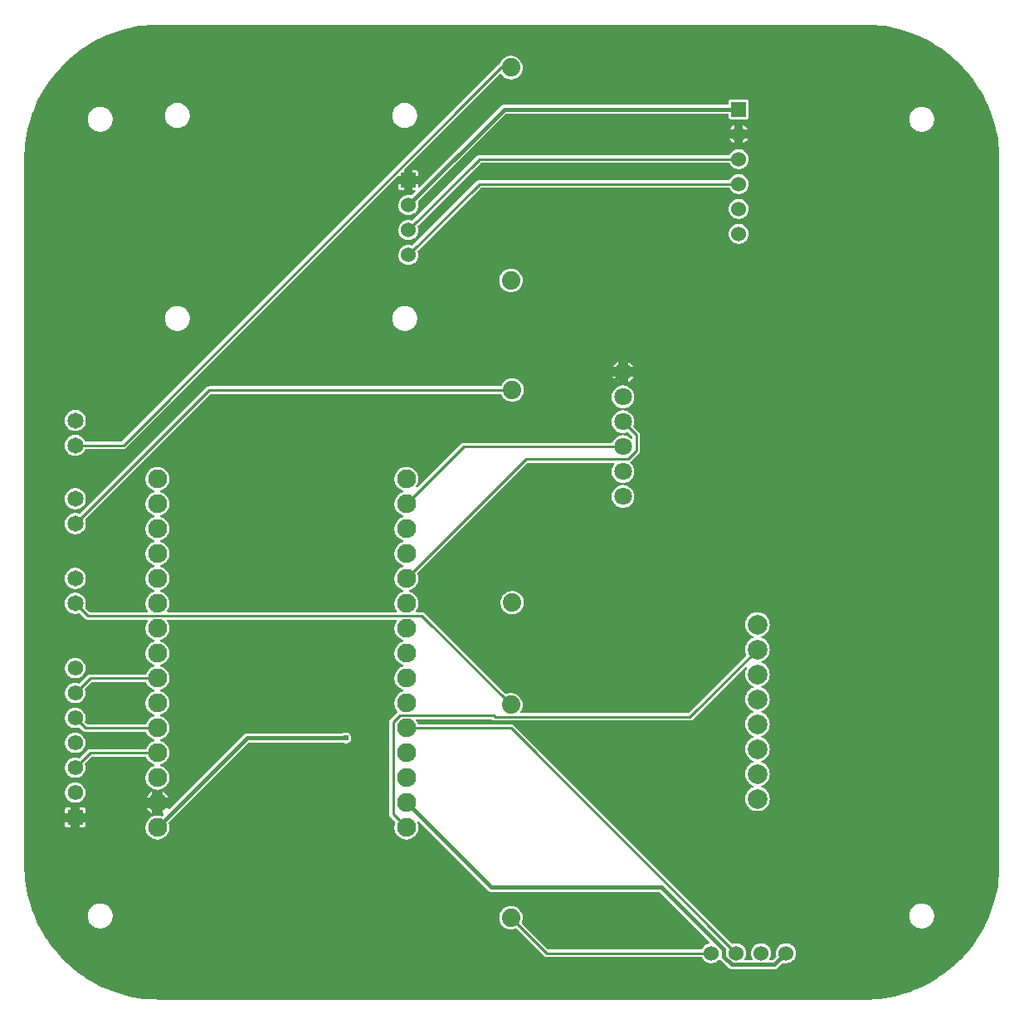
<source format=gtl>
G04 Layer: TopLayer*
G04 EasyEDA v6.5.23, 2023-06-28 09:07:18*
G04 df611495b25e4bdeb4d342b309801e4c,9d485ff6e355438eacffb324f9111ecc,10*
G04 Gerber Generator version 0.2*
G04 Scale: 100 percent, Rotated: No, Reflected: No *
G04 Dimensions in millimeters *
G04 leading zeros omitted , absolute positions ,4 integer and 5 decimal *
%FSLAX45Y45*%
%MOMM*%

%ADD10C,0.4000*%
%ADD11C,0.2540*%
%ADD12C,2.0000*%
%ADD13R,1.5748X1.5748*%
%ADD14C,1.5748*%
%ADD15C,1.9304*%
%ADD16C,1.5240*%
%ADD17R,1.5240X1.5240*%
%ADD18C,1.8000*%
%ADD19C,1.6500*%
%ADD20C,1.8796*%
%ADD21C,0.6100*%
%ADD22C,0.0123*%

%LPD*%
G36*
X-7399680Y-474116D02*
G01*
X-7451547Y-473100D01*
X-7502855Y-470204D01*
X-7554010Y-465429D01*
X-7604963Y-458724D01*
X-7655610Y-450088D01*
X-7705953Y-439572D01*
X-7755788Y-427228D01*
X-7805166Y-413004D01*
X-7853984Y-396900D01*
X-7902194Y-379018D01*
X-7949641Y-359359D01*
X-7996326Y-337921D01*
X-8042198Y-314756D01*
X-8087207Y-289915D01*
X-8131200Y-263347D01*
X-8174177Y-235204D01*
X-8216087Y-205486D01*
X-8256879Y-174193D01*
X-8296402Y-141376D01*
X-8334756Y-107137D01*
X-8371738Y-71475D01*
X-8407400Y-34493D01*
X-8441639Y3860D01*
X-8474405Y43434D01*
X-8505698Y84175D01*
X-8535416Y126085D01*
X-8563559Y169113D01*
X-8590076Y213106D01*
X-8614918Y258114D01*
X-8638082Y303987D01*
X-8659469Y350672D01*
X-8679129Y398170D01*
X-8697010Y446328D01*
X-8713063Y495147D01*
X-8727287Y544525D01*
X-8739682Y594410D01*
X-8750147Y644702D01*
X-8758732Y695401D01*
X-8765438Y746353D01*
X-8770213Y797509D01*
X-8773109Y848817D01*
X-8774074Y900328D01*
X-8774074Y8099653D01*
X-8773109Y8151571D01*
X-8770213Y8202879D01*
X-8765387Y8254034D01*
X-8758682Y8304987D01*
X-8750096Y8355634D01*
X-8739581Y8405926D01*
X-8727186Y8455812D01*
X-8712962Y8505190D01*
X-8696909Y8554008D01*
X-8679027Y8602167D01*
X-8659317Y8649665D01*
X-8637930Y8696350D01*
X-8614765Y8742222D01*
X-8589873Y8787180D01*
X-8563356Y8831224D01*
X-8535212Y8874201D01*
X-8505444Y8916111D01*
X-8474151Y8956852D01*
X-8441385Y8996426D01*
X-8407146Y9034729D01*
X-8371484Y9071762D01*
X-8334451Y9107373D01*
X-8296148Y9141612D01*
X-8256574Y9174378D01*
X-8215782Y9205671D01*
X-8173872Y9235389D01*
X-8130895Y9263532D01*
X-8086852Y9290050D01*
X-8041894Y9314942D01*
X-7996021Y9338056D01*
X-7949285Y9359493D01*
X-7901838Y9379153D01*
X-7853629Y9397034D01*
X-7804810Y9413087D01*
X-7755432Y9427311D01*
X-7705547Y9439656D01*
X-7655255Y9450120D01*
X-7604607Y9458756D01*
X-7553655Y9465462D01*
X-7502499Y9470237D01*
X-7451191Y9473133D01*
X-7399680Y9474047D01*
X-200304Y9474047D01*
X-148437Y9473082D01*
X-97129Y9470186D01*
X-45974Y9465411D01*
X4978Y9458706D01*
X55626Y9450070D01*
X105968Y9439554D01*
X155803Y9427210D01*
X205181Y9412986D01*
X254000Y9396882D01*
X302209Y9379000D01*
X349656Y9359341D01*
X396341Y9337903D01*
X442214Y9314738D01*
X487222Y9289897D01*
X531215Y9263329D01*
X574192Y9235186D01*
X616102Y9205468D01*
X656894Y9174175D01*
X696417Y9141358D01*
X734771Y9107119D01*
X771753Y9071457D01*
X807415Y9034475D01*
X841654Y8996121D01*
X874420Y8956548D01*
X905713Y8915806D01*
X935431Y8873896D01*
X963574Y8830868D01*
X990092Y8786876D01*
X1014933Y8741867D01*
X1038098Y8695994D01*
X1059484Y8649309D01*
X1079144Y8601811D01*
X1097026Y8553653D01*
X1113078Y8504834D01*
X1127302Y8455456D01*
X1139698Y8405571D01*
X1150162Y8355279D01*
X1158748Y8304580D01*
X1165453Y8253628D01*
X1170228Y8202472D01*
X1173124Y8151164D01*
X1174089Y8099653D01*
X1174089Y900328D01*
X1173124Y848410D01*
X1170228Y797102D01*
X1165402Y745947D01*
X1158697Y694994D01*
X1150112Y644347D01*
X1139596Y594055D01*
X1127201Y544169D01*
X1112977Y494792D01*
X1096924Y445973D01*
X1079042Y397814D01*
X1059332Y350316D01*
X1037945Y303631D01*
X1014780Y257759D01*
X989888Y212801D01*
X963371Y168757D01*
X935228Y125780D01*
X905459Y83870D01*
X874166Y43129D01*
X841400Y3556D01*
X807161Y-34747D01*
X771499Y-71780D01*
X734466Y-107391D01*
X696163Y-141630D01*
X656590Y-174396D01*
X615797Y-205689D01*
X573887Y-235407D01*
X530910Y-263550D01*
X486867Y-290068D01*
X441909Y-314960D01*
X396036Y-338074D01*
X349300Y-359511D01*
X301853Y-379171D01*
X253644Y-397052D01*
X204825Y-413105D01*
X155448Y-427329D01*
X105562Y-439674D01*
X55270Y-450138D01*
X4622Y-458774D01*
X-46329Y-465480D01*
X-97485Y-470255D01*
X-148793Y-473151D01*
X-200304Y-474116D01*
G37*

%LPC*%
G36*
X-1559001Y-162153D02*
G01*
X-1117752Y-162102D01*
X-1109014Y-160883D01*
X-1100988Y-158191D01*
X-1093622Y-154076D01*
X-1086713Y-148386D01*
X-1039469Y-101092D01*
X-1036624Y-99060D01*
X-1033322Y-98145D01*
X-1029919Y-98348D01*
X-1020267Y-100685D01*
X-1006703Y-102006D01*
X-993089Y-101549D01*
X-979627Y-99314D01*
X-966622Y-95250D01*
X-954227Y-89509D01*
X-942746Y-82194D01*
X-932332Y-73406D01*
X-923188Y-63246D01*
X-915466Y-52019D01*
X-909319Y-39878D01*
X-904849Y-26974D01*
X-902106Y-13614D01*
X-901192Y0D01*
X-902106Y13614D01*
X-904849Y26974D01*
X-909319Y39878D01*
X-915466Y52019D01*
X-923188Y63246D01*
X-932332Y73406D01*
X-942746Y82194D01*
X-954227Y89509D01*
X-966622Y95250D01*
X-979627Y99314D01*
X-993089Y101549D01*
X-1006703Y102006D01*
X-1020267Y100685D01*
X-1033526Y97485D01*
X-1046276Y92608D01*
X-1058214Y86055D01*
X-1069187Y77978D01*
X-1078992Y68478D01*
X-1087475Y57759D01*
X-1094435Y46024D01*
X-1099718Y33477D01*
X-1103325Y20320D01*
X-1105154Y6807D01*
X-1105154Y-6807D01*
X-1103325Y-20320D01*
X-1101699Y-26263D01*
X-1101394Y-29768D01*
X-1102309Y-33223D01*
X-1104341Y-36118D01*
X-1135583Y-67360D01*
X-1138885Y-69545D01*
X-1142746Y-70307D01*
X-1162710Y-70307D01*
X-1167028Y-69392D01*
X-1170482Y-66700D01*
X-1172514Y-62839D01*
X-1172768Y-58470D01*
X-1171092Y-54406D01*
X-1169466Y-52019D01*
X-1163320Y-39878D01*
X-1158849Y-26974D01*
X-1156106Y-13614D01*
X-1155192Y0D01*
X-1156106Y13614D01*
X-1158849Y26974D01*
X-1163320Y39878D01*
X-1169466Y52019D01*
X-1177188Y63246D01*
X-1186332Y73406D01*
X-1196746Y82194D01*
X-1208227Y89509D01*
X-1220622Y95250D01*
X-1233627Y99314D01*
X-1247089Y101549D01*
X-1260703Y102006D01*
X-1274267Y100685D01*
X-1287526Y97485D01*
X-1300276Y92608D01*
X-1312214Y86055D01*
X-1323187Y77978D01*
X-1332992Y68478D01*
X-1341475Y57759D01*
X-1348435Y46024D01*
X-1353718Y33477D01*
X-1357325Y20320D01*
X-1359154Y6807D01*
X-1359154Y-6807D01*
X-1357325Y-20320D01*
X-1353718Y-33477D01*
X-1348435Y-46024D01*
X-1343101Y-54965D01*
X-1341780Y-59029D01*
X-1342186Y-63246D01*
X-1344269Y-66954D01*
X-1347724Y-69443D01*
X-1351838Y-70307D01*
X-1416710Y-70307D01*
X-1421028Y-69392D01*
X-1424482Y-66700D01*
X-1426514Y-62839D01*
X-1426768Y-58470D01*
X-1425092Y-54406D01*
X-1423466Y-52019D01*
X-1417320Y-39878D01*
X-1412849Y-26974D01*
X-1410106Y-13614D01*
X-1409192Y0D01*
X-1410106Y13614D01*
X-1412849Y26974D01*
X-1417320Y39878D01*
X-1423466Y52019D01*
X-1431188Y63246D01*
X-1440332Y73406D01*
X-1450746Y82194D01*
X-1462227Y89509D01*
X-1474622Y95250D01*
X-1487627Y99314D01*
X-1501089Y101549D01*
X-1514703Y102006D01*
X-1528267Y100685D01*
X-1541526Y97485D01*
X-1544523Y96367D01*
X-1548333Y95656D01*
X-1552143Y96469D01*
X-1555343Y98653D01*
X-3782364Y2325624D01*
X-3788562Y2330754D01*
X-3795268Y2334310D01*
X-3802481Y2336495D01*
X-3810508Y2337308D01*
X-4753762Y2337308D01*
X-4757623Y2338070D01*
X-4760874Y2340254D01*
X-4763109Y2343505D01*
X-4767224Y2353259D01*
X-4774742Y2366314D01*
X-4778146Y2370785D01*
X-4779975Y2374900D01*
X-4779924Y2379370D01*
X-4777943Y2383332D01*
X-4774387Y2386126D01*
X-4770069Y2387092D01*
X-4007865Y2387092D01*
X-4004411Y2386482D01*
X-4001312Y2384704D01*
X-3993845Y2378405D01*
X-3987241Y2374849D01*
X-3979976Y2372664D01*
X-3971950Y2371852D01*
X-1984197Y2371852D01*
X-1976170Y2372664D01*
X-1968957Y2374849D01*
X-1962302Y2378405D01*
X-1956054Y2383536D01*
X-1421079Y2918561D01*
X-1417574Y2920847D01*
X-1413408Y2921508D01*
X-1409395Y2920492D01*
X-1406093Y2917901D01*
X-1404112Y2914192D01*
X-1403807Y2910027D01*
X-1405178Y2906115D01*
X-1406855Y2903321D01*
X-1413103Y2889453D01*
X-1417624Y2874924D01*
X-1420368Y2859989D01*
X-1421282Y2844800D01*
X-1420368Y2829610D01*
X-1417624Y2814675D01*
X-1413103Y2800146D01*
X-1406855Y2786278D01*
X-1398981Y2773273D01*
X-1389634Y2761335D01*
X-1378864Y2750566D01*
X-1366926Y2741218D01*
X-1353921Y2733344D01*
X-1340002Y2727045D01*
X-1336802Y2724861D01*
X-1334719Y2721610D01*
X-1334008Y2717800D01*
X-1334719Y2713990D01*
X-1336802Y2710738D01*
X-1340002Y2708554D01*
X-1353921Y2702255D01*
X-1366926Y2694381D01*
X-1378864Y2685034D01*
X-1389634Y2674264D01*
X-1398981Y2662326D01*
X-1406855Y2649321D01*
X-1413103Y2635453D01*
X-1417624Y2620924D01*
X-1420368Y2605989D01*
X-1421282Y2590800D01*
X-1420368Y2575610D01*
X-1417624Y2560675D01*
X-1413103Y2546146D01*
X-1406855Y2532278D01*
X-1398981Y2519273D01*
X-1389634Y2507335D01*
X-1378864Y2496566D01*
X-1366926Y2487218D01*
X-1353921Y2479344D01*
X-1340002Y2473045D01*
X-1336802Y2470861D01*
X-1334719Y2467610D01*
X-1334008Y2463800D01*
X-1334719Y2459990D01*
X-1336802Y2456738D01*
X-1340002Y2454554D01*
X-1353921Y2448255D01*
X-1366926Y2440381D01*
X-1378864Y2431034D01*
X-1389634Y2420264D01*
X-1398981Y2408326D01*
X-1406855Y2395321D01*
X-1413103Y2381453D01*
X-1417624Y2366924D01*
X-1420368Y2351989D01*
X-1421282Y2336800D01*
X-1420368Y2321610D01*
X-1417624Y2306675D01*
X-1413103Y2292146D01*
X-1406855Y2278278D01*
X-1398981Y2265273D01*
X-1389634Y2253335D01*
X-1378864Y2242566D01*
X-1366926Y2233218D01*
X-1353921Y2225344D01*
X-1340002Y2219045D01*
X-1336802Y2216861D01*
X-1334719Y2213610D01*
X-1334008Y2209800D01*
X-1334719Y2205990D01*
X-1336802Y2202738D01*
X-1340002Y2200554D01*
X-1353921Y2194255D01*
X-1366926Y2186381D01*
X-1378864Y2177034D01*
X-1389634Y2166264D01*
X-1398981Y2154326D01*
X-1406855Y2141321D01*
X-1413103Y2127453D01*
X-1417624Y2112924D01*
X-1420368Y2097989D01*
X-1421282Y2082800D01*
X-1420368Y2067610D01*
X-1417624Y2052675D01*
X-1413103Y2038146D01*
X-1406855Y2024278D01*
X-1398981Y2011273D01*
X-1389634Y1999335D01*
X-1378864Y1988566D01*
X-1366926Y1979218D01*
X-1353921Y1971344D01*
X-1340002Y1965045D01*
X-1336802Y1962861D01*
X-1334719Y1959610D01*
X-1334008Y1955800D01*
X-1334719Y1951989D01*
X-1336802Y1948738D01*
X-1340002Y1946554D01*
X-1353921Y1940255D01*
X-1366926Y1932381D01*
X-1378864Y1923034D01*
X-1389634Y1912264D01*
X-1398981Y1900326D01*
X-1406855Y1887321D01*
X-1413103Y1873453D01*
X-1417624Y1858924D01*
X-1420368Y1843989D01*
X-1421282Y1828800D01*
X-1420368Y1813610D01*
X-1417624Y1798675D01*
X-1413103Y1784146D01*
X-1406855Y1770278D01*
X-1398981Y1757273D01*
X-1389634Y1745335D01*
X-1378864Y1734566D01*
X-1366926Y1725218D01*
X-1353921Y1717344D01*
X-1340002Y1711045D01*
X-1336802Y1708861D01*
X-1334719Y1705610D01*
X-1334008Y1701800D01*
X-1334719Y1697989D01*
X-1336802Y1694738D01*
X-1340002Y1692554D01*
X-1353921Y1686255D01*
X-1366926Y1678381D01*
X-1378864Y1669034D01*
X-1389634Y1658264D01*
X-1398981Y1646326D01*
X-1406855Y1633321D01*
X-1413103Y1619453D01*
X-1417624Y1604924D01*
X-1420368Y1589989D01*
X-1421282Y1574800D01*
X-1420368Y1559610D01*
X-1417624Y1544675D01*
X-1413103Y1530146D01*
X-1406855Y1516278D01*
X-1398981Y1503273D01*
X-1389634Y1491335D01*
X-1378864Y1480566D01*
X-1366926Y1471218D01*
X-1353921Y1463344D01*
X-1340053Y1457096D01*
X-1325524Y1452575D01*
X-1310589Y1449832D01*
X-1295400Y1448917D01*
X-1280210Y1449832D01*
X-1265275Y1452575D01*
X-1250746Y1457096D01*
X-1236878Y1463344D01*
X-1223873Y1471218D01*
X-1211935Y1480566D01*
X-1201166Y1491335D01*
X-1191818Y1503273D01*
X-1183944Y1516278D01*
X-1177696Y1530146D01*
X-1173175Y1544675D01*
X-1170432Y1559610D01*
X-1169517Y1574800D01*
X-1170432Y1589989D01*
X-1173175Y1604924D01*
X-1177696Y1619453D01*
X-1183944Y1633321D01*
X-1191818Y1646326D01*
X-1201166Y1658264D01*
X-1211935Y1669034D01*
X-1223873Y1678381D01*
X-1236878Y1686255D01*
X-1250797Y1692554D01*
X-1253998Y1694738D01*
X-1256080Y1697989D01*
X-1256792Y1701800D01*
X-1256080Y1705610D01*
X-1253998Y1708861D01*
X-1250797Y1711045D01*
X-1236878Y1717344D01*
X-1223873Y1725218D01*
X-1211935Y1734566D01*
X-1201166Y1745335D01*
X-1191818Y1757273D01*
X-1183944Y1770278D01*
X-1177696Y1784146D01*
X-1173175Y1798675D01*
X-1170432Y1813610D01*
X-1169517Y1828800D01*
X-1170432Y1843989D01*
X-1173175Y1858924D01*
X-1177696Y1873453D01*
X-1183944Y1887321D01*
X-1191818Y1900326D01*
X-1201166Y1912264D01*
X-1211935Y1923034D01*
X-1223873Y1932381D01*
X-1236878Y1940255D01*
X-1250797Y1946554D01*
X-1253998Y1948738D01*
X-1256080Y1951989D01*
X-1256792Y1955800D01*
X-1256080Y1959610D01*
X-1253998Y1962861D01*
X-1250797Y1965045D01*
X-1236878Y1971344D01*
X-1223873Y1979218D01*
X-1211935Y1988566D01*
X-1201166Y1999335D01*
X-1191818Y2011273D01*
X-1183944Y2024278D01*
X-1177696Y2038146D01*
X-1173175Y2052675D01*
X-1170432Y2067610D01*
X-1169517Y2082800D01*
X-1170432Y2097989D01*
X-1173175Y2112924D01*
X-1177696Y2127453D01*
X-1183944Y2141321D01*
X-1191818Y2154326D01*
X-1201166Y2166264D01*
X-1211935Y2177034D01*
X-1223873Y2186381D01*
X-1236878Y2194255D01*
X-1250797Y2200554D01*
X-1253998Y2202738D01*
X-1256080Y2205990D01*
X-1256792Y2209800D01*
X-1256080Y2213610D01*
X-1253998Y2216861D01*
X-1250797Y2219045D01*
X-1236878Y2225344D01*
X-1223873Y2233218D01*
X-1211935Y2242566D01*
X-1201166Y2253335D01*
X-1191818Y2265273D01*
X-1183944Y2278278D01*
X-1177696Y2292146D01*
X-1173175Y2306675D01*
X-1170432Y2321610D01*
X-1169517Y2336800D01*
X-1170432Y2351989D01*
X-1173175Y2366924D01*
X-1177696Y2381453D01*
X-1183944Y2395321D01*
X-1191818Y2408326D01*
X-1201166Y2420264D01*
X-1211935Y2431034D01*
X-1223873Y2440381D01*
X-1236878Y2448255D01*
X-1250797Y2454554D01*
X-1253998Y2456738D01*
X-1256080Y2459990D01*
X-1256792Y2463800D01*
X-1256080Y2467610D01*
X-1253998Y2470861D01*
X-1250797Y2473045D01*
X-1236878Y2479344D01*
X-1223873Y2487218D01*
X-1211935Y2496566D01*
X-1201166Y2507335D01*
X-1191818Y2519273D01*
X-1183944Y2532278D01*
X-1177696Y2546146D01*
X-1173175Y2560675D01*
X-1170432Y2575610D01*
X-1169517Y2590800D01*
X-1170432Y2605989D01*
X-1173175Y2620924D01*
X-1177696Y2635453D01*
X-1183944Y2649321D01*
X-1191818Y2662326D01*
X-1201166Y2674264D01*
X-1211935Y2685034D01*
X-1223873Y2694381D01*
X-1236878Y2702255D01*
X-1250797Y2708554D01*
X-1253998Y2710738D01*
X-1256080Y2713990D01*
X-1256792Y2717800D01*
X-1256080Y2721610D01*
X-1253998Y2724861D01*
X-1250797Y2727045D01*
X-1236878Y2733344D01*
X-1223873Y2741218D01*
X-1211935Y2750566D01*
X-1201166Y2761335D01*
X-1191818Y2773273D01*
X-1183944Y2786278D01*
X-1177696Y2800146D01*
X-1173175Y2814675D01*
X-1170432Y2829610D01*
X-1169517Y2844800D01*
X-1170432Y2859989D01*
X-1173175Y2874924D01*
X-1177696Y2889453D01*
X-1183944Y2903321D01*
X-1191818Y2916326D01*
X-1201166Y2928264D01*
X-1211935Y2939034D01*
X-1223873Y2948381D01*
X-1236878Y2956255D01*
X-1250797Y2962554D01*
X-1253998Y2964738D01*
X-1256080Y2967990D01*
X-1256792Y2971800D01*
X-1256080Y2975610D01*
X-1253998Y2978861D01*
X-1250797Y2981045D01*
X-1236878Y2987344D01*
X-1223873Y2995218D01*
X-1211935Y3004566D01*
X-1201166Y3015335D01*
X-1191818Y3027273D01*
X-1183944Y3040278D01*
X-1177696Y3054146D01*
X-1173175Y3068675D01*
X-1170432Y3083610D01*
X-1169517Y3098800D01*
X-1170432Y3113989D01*
X-1173175Y3128924D01*
X-1177696Y3143453D01*
X-1183944Y3157321D01*
X-1191818Y3170326D01*
X-1201166Y3182264D01*
X-1211935Y3193034D01*
X-1223873Y3202381D01*
X-1236878Y3210255D01*
X-1250797Y3216554D01*
X-1253998Y3218738D01*
X-1256080Y3221990D01*
X-1256792Y3225800D01*
X-1256080Y3229610D01*
X-1253998Y3232861D01*
X-1250797Y3235045D01*
X-1236878Y3241344D01*
X-1223873Y3249218D01*
X-1211935Y3258565D01*
X-1201166Y3269335D01*
X-1191818Y3281273D01*
X-1183944Y3294278D01*
X-1177696Y3308146D01*
X-1173175Y3322675D01*
X-1170432Y3337610D01*
X-1169517Y3352800D01*
X-1170432Y3367989D01*
X-1173175Y3382924D01*
X-1177696Y3397453D01*
X-1183944Y3411321D01*
X-1191818Y3424326D01*
X-1201166Y3436264D01*
X-1211935Y3447034D01*
X-1223873Y3456381D01*
X-1236878Y3464255D01*
X-1250746Y3470503D01*
X-1265275Y3475024D01*
X-1280210Y3477768D01*
X-1295400Y3478682D01*
X-1310589Y3477768D01*
X-1325524Y3475024D01*
X-1340053Y3470503D01*
X-1353921Y3464255D01*
X-1366926Y3456381D01*
X-1378864Y3447034D01*
X-1389634Y3436264D01*
X-1398981Y3424326D01*
X-1406855Y3411321D01*
X-1413103Y3397453D01*
X-1417624Y3382924D01*
X-1420368Y3367989D01*
X-1421282Y3352800D01*
X-1420368Y3337610D01*
X-1417624Y3322675D01*
X-1413103Y3308146D01*
X-1406855Y3294278D01*
X-1398981Y3281273D01*
X-1389634Y3269335D01*
X-1378864Y3258565D01*
X-1366926Y3249218D01*
X-1353921Y3241344D01*
X-1340002Y3235045D01*
X-1336802Y3232861D01*
X-1334719Y3229610D01*
X-1334008Y3225800D01*
X-1334719Y3221990D01*
X-1336802Y3218738D01*
X-1340002Y3216554D01*
X-1353921Y3210255D01*
X-1366926Y3202381D01*
X-1378864Y3193034D01*
X-1389634Y3182264D01*
X-1398981Y3170326D01*
X-1406855Y3157321D01*
X-1413103Y3143453D01*
X-1417624Y3128924D01*
X-1420368Y3113989D01*
X-1421282Y3098800D01*
X-1420368Y3083610D01*
X-1417624Y3068675D01*
X-1413103Y3054146D01*
X-1410258Y3047796D01*
X-1409344Y3043834D01*
X-1410106Y3039872D01*
X-1412341Y3036468D01*
X-1996744Y2452065D01*
X-2000046Y2449880D01*
X-2003907Y2449068D01*
X-3703015Y2449068D01*
X-3707282Y2450033D01*
X-3710736Y2452624D01*
X-3712768Y2456484D01*
X-3713073Y2460802D01*
X-3711498Y2464866D01*
X-3706215Y2472842D01*
X-3699611Y2486050D01*
X-3694684Y2499969D01*
X-3691534Y2514396D01*
X-3690162Y2529078D01*
X-3690620Y2543860D01*
X-3692906Y2558440D01*
X-3696970Y2572613D01*
X-3702710Y2586228D01*
X-3710076Y2598978D01*
X-3718966Y2610764D01*
X-3729228Y2621381D01*
X-3740759Y2630627D01*
X-3753307Y2638399D01*
X-3766718Y2644546D01*
X-3780739Y2649016D01*
X-3795268Y2651760D01*
X-3810000Y2652674D01*
X-3824732Y2651760D01*
X-3839260Y2649016D01*
X-3853281Y2644546D01*
X-3856380Y2643124D01*
X-3860342Y2642209D01*
X-3864406Y2642920D01*
X-3867810Y2645206D01*
X-4691278Y3468624D01*
X-4697476Y3473754D01*
X-4704181Y3477310D01*
X-4711395Y3479495D01*
X-4719421Y3480308D01*
X-4769866Y3480308D01*
X-4774133Y3481222D01*
X-4777587Y3483864D01*
X-4779670Y3487674D01*
X-4779924Y3492042D01*
X-4778349Y3496056D01*
X-4770780Y3507486D01*
X-4764074Y3520998D01*
X-4759045Y3535222D01*
X-4755845Y3549904D01*
X-4754473Y3564940D01*
X-4754930Y3579977D01*
X-4757216Y3594862D01*
X-4761331Y3609390D01*
X-4767224Y3623259D01*
X-4774742Y3636314D01*
X-4783836Y3648354D01*
X-4794351Y3659174D01*
X-4806086Y3668623D01*
X-4818888Y3676548D01*
X-4832604Y3682847D01*
X-4842459Y3685997D01*
X-4846218Y3688130D01*
X-4848707Y3691686D01*
X-4849520Y3695954D01*
X-4848453Y3700170D01*
X-4845710Y3703574D01*
X-4841849Y3705504D01*
X-4839716Y3706063D01*
X-4825644Y3711498D01*
X-4812334Y3718610D01*
X-4800041Y3727348D01*
X-4788916Y3737508D01*
X-4779111Y3748938D01*
X-4770780Y3761486D01*
X-4764074Y3774998D01*
X-4759045Y3789222D01*
X-4755845Y3803904D01*
X-4754473Y3818940D01*
X-4754930Y3833977D01*
X-4757216Y3848862D01*
X-4761331Y3863390D01*
X-4764684Y3871264D01*
X-4765497Y3875176D01*
X-4764735Y3879087D01*
X-4762500Y3882390D01*
X-3644595Y5000294D01*
X-3641293Y5002530D01*
X-3637381Y5003292D01*
X-2765552Y5003292D01*
X-2761843Y5002580D01*
X-2758643Y5000548D01*
X-2756357Y4997450D01*
X-2755442Y4993792D01*
X-2755900Y4989982D01*
X-2757728Y4986629D01*
X-2760776Y4983022D01*
X-2768549Y4970729D01*
X-2774746Y4957572D01*
X-2779268Y4943703D01*
X-2781960Y4929428D01*
X-2782874Y4914900D01*
X-2781960Y4900371D01*
X-2779268Y4886096D01*
X-2774746Y4872228D01*
X-2768549Y4859070D01*
X-2760776Y4846777D01*
X-2751480Y4835550D01*
X-2740863Y4825593D01*
X-2729077Y4817059D01*
X-2716326Y4810048D01*
X-2702814Y4804664D01*
X-2688691Y4801057D01*
X-2674264Y4799228D01*
X-2659735Y4799228D01*
X-2645308Y4801057D01*
X-2631186Y4804664D01*
X-2617673Y4810048D01*
X-2604922Y4817059D01*
X-2593136Y4825593D01*
X-2582519Y4835550D01*
X-2573223Y4846777D01*
X-2565450Y4859070D01*
X-2559253Y4872228D01*
X-2554732Y4886096D01*
X-2552039Y4900371D01*
X-2551125Y4914900D01*
X-2552039Y4929428D01*
X-2554732Y4943703D01*
X-2559253Y4957572D01*
X-2565450Y4970729D01*
X-2573223Y4983022D01*
X-2582519Y4994249D01*
X-2589225Y5000548D01*
X-2591562Y5003850D01*
X-2592476Y5007813D01*
X-2591714Y5011775D01*
X-2589479Y5015128D01*
X-2504135Y5100472D01*
X-2499004Y5106720D01*
X-2495448Y5113375D01*
X-2493264Y5120589D01*
X-2492502Y5128615D01*
X-2492502Y5286502D01*
X-2493264Y5294528D01*
X-2495448Y5301742D01*
X-2499004Y5308396D01*
X-2504135Y5314645D01*
X-2557576Y5368036D01*
X-2559812Y5371490D01*
X-2560523Y5375554D01*
X-2559253Y5380228D01*
X-2554732Y5394096D01*
X-2552039Y5408371D01*
X-2551125Y5422900D01*
X-2552039Y5437428D01*
X-2554732Y5451703D01*
X-2559253Y5465572D01*
X-2565450Y5478729D01*
X-2573223Y5491022D01*
X-2582519Y5502249D01*
X-2593136Y5512206D01*
X-2604922Y5520740D01*
X-2617673Y5527751D01*
X-2631186Y5533136D01*
X-2645308Y5536742D01*
X-2659735Y5538571D01*
X-2674264Y5538571D01*
X-2688691Y5536742D01*
X-2702814Y5533136D01*
X-2716326Y5527751D01*
X-2729077Y5520740D01*
X-2740863Y5512206D01*
X-2751480Y5502249D01*
X-2760776Y5491022D01*
X-2768549Y5478729D01*
X-2774746Y5465572D01*
X-2779268Y5451703D01*
X-2781960Y5437428D01*
X-2782874Y5422900D01*
X-2781960Y5408371D01*
X-2779268Y5394096D01*
X-2774746Y5380228D01*
X-2768549Y5367070D01*
X-2760776Y5354777D01*
X-2751480Y5343550D01*
X-2740863Y5333593D01*
X-2729077Y5325059D01*
X-2716326Y5318048D01*
X-2702814Y5312664D01*
X-2688691Y5309057D01*
X-2674264Y5307228D01*
X-2659735Y5307228D01*
X-2645308Y5309057D01*
X-2631186Y5312664D01*
X-2623210Y5315864D01*
X-2619349Y5316575D01*
X-2615539Y5315762D01*
X-2612288Y5313578D01*
X-2572664Y5273954D01*
X-2570480Y5270652D01*
X-2569718Y5266791D01*
X-2569718Y5259679D01*
X-2570429Y5255818D01*
X-2572613Y5252567D01*
X-2575814Y5250332D01*
X-2579624Y5249519D01*
X-2583484Y5250180D01*
X-2586786Y5252262D01*
X-2593136Y5258206D01*
X-2604922Y5266740D01*
X-2617673Y5273751D01*
X-2631186Y5279136D01*
X-2645308Y5282742D01*
X-2659735Y5284571D01*
X-2674264Y5284571D01*
X-2688691Y5282742D01*
X-2702814Y5279136D01*
X-2716326Y5273751D01*
X-2729077Y5266740D01*
X-2740863Y5258206D01*
X-2751480Y5248249D01*
X-2760776Y5237022D01*
X-2768549Y5224729D01*
X-2773934Y5213350D01*
X-2776169Y5210251D01*
X-2779369Y5208219D01*
X-2783128Y5207508D01*
X-4292092Y5207508D01*
X-4300118Y5206695D01*
X-4307382Y5204510D01*
X-4314037Y5200954D01*
X-4320235Y5195824D01*
X-4762500Y4753610D01*
X-4766056Y4751324D01*
X-4770221Y4750663D01*
X-4774285Y4751781D01*
X-4777587Y4754473D01*
X-4779467Y4758232D01*
X-4779670Y4762500D01*
X-4778146Y4766411D01*
X-4770780Y4777486D01*
X-4764074Y4790998D01*
X-4759045Y4805222D01*
X-4755845Y4819904D01*
X-4754473Y4834940D01*
X-4754930Y4849977D01*
X-4757216Y4864862D01*
X-4761331Y4879390D01*
X-4767224Y4893259D01*
X-4774742Y4906314D01*
X-4783836Y4918354D01*
X-4794351Y4929174D01*
X-4806086Y4938623D01*
X-4818888Y4946548D01*
X-4832604Y4952847D01*
X-4846929Y4957419D01*
X-4861763Y4960162D01*
X-4876800Y4961128D01*
X-4891836Y4960162D01*
X-4906670Y4957419D01*
X-4920996Y4952847D01*
X-4934712Y4946548D01*
X-4947513Y4938623D01*
X-4959248Y4929174D01*
X-4969764Y4918354D01*
X-4978857Y4906314D01*
X-4986375Y4893259D01*
X-4992268Y4879390D01*
X-4996383Y4864862D01*
X-4998669Y4849977D01*
X-4999126Y4834940D01*
X-4997754Y4819904D01*
X-4994554Y4805222D01*
X-4989525Y4790998D01*
X-4982819Y4777486D01*
X-4974488Y4764938D01*
X-4964684Y4753508D01*
X-4953558Y4743348D01*
X-4941214Y4734610D01*
X-4927955Y4727498D01*
X-4913884Y4722063D01*
X-4911750Y4721504D01*
X-4907889Y4719574D01*
X-4905146Y4716170D01*
X-4904079Y4711954D01*
X-4904892Y4707686D01*
X-4907381Y4704130D01*
X-4911140Y4701997D01*
X-4920996Y4698847D01*
X-4934712Y4692548D01*
X-4947513Y4684623D01*
X-4959248Y4675174D01*
X-4969764Y4664354D01*
X-4978857Y4652314D01*
X-4986375Y4639259D01*
X-4992268Y4625390D01*
X-4996383Y4610862D01*
X-4998669Y4595977D01*
X-4999126Y4580940D01*
X-4997754Y4565904D01*
X-4994554Y4551222D01*
X-4989525Y4536998D01*
X-4982819Y4523486D01*
X-4974488Y4510938D01*
X-4964684Y4499508D01*
X-4953558Y4489348D01*
X-4941214Y4480610D01*
X-4927955Y4473498D01*
X-4913884Y4468063D01*
X-4911750Y4467504D01*
X-4907889Y4465574D01*
X-4905146Y4462170D01*
X-4904079Y4457954D01*
X-4904892Y4453686D01*
X-4907381Y4450130D01*
X-4911140Y4447997D01*
X-4920996Y4444847D01*
X-4934712Y4438548D01*
X-4947513Y4430623D01*
X-4959248Y4421174D01*
X-4969764Y4410354D01*
X-4978857Y4398314D01*
X-4986375Y4385259D01*
X-4992268Y4371390D01*
X-4996383Y4356862D01*
X-4998669Y4341977D01*
X-4999126Y4326940D01*
X-4997754Y4311904D01*
X-4994554Y4297222D01*
X-4989525Y4282998D01*
X-4982819Y4269486D01*
X-4974488Y4256938D01*
X-4964684Y4245508D01*
X-4953558Y4235348D01*
X-4941214Y4226610D01*
X-4927955Y4219498D01*
X-4913884Y4214063D01*
X-4911750Y4213504D01*
X-4907889Y4211574D01*
X-4905146Y4208170D01*
X-4904079Y4203954D01*
X-4904892Y4199686D01*
X-4907381Y4196130D01*
X-4911140Y4193997D01*
X-4920996Y4190847D01*
X-4934712Y4184548D01*
X-4947513Y4176623D01*
X-4959248Y4167174D01*
X-4969764Y4156354D01*
X-4978857Y4144314D01*
X-4986375Y4131259D01*
X-4992268Y4117390D01*
X-4996383Y4102862D01*
X-4998669Y4087977D01*
X-4999126Y4072940D01*
X-4997754Y4057904D01*
X-4994554Y4043222D01*
X-4989525Y4028998D01*
X-4982819Y4015486D01*
X-4974488Y4002938D01*
X-4964684Y3991508D01*
X-4953558Y3981348D01*
X-4941214Y3972610D01*
X-4927955Y3965498D01*
X-4913884Y3960063D01*
X-4911750Y3959504D01*
X-4907889Y3957574D01*
X-4905146Y3954170D01*
X-4904079Y3949954D01*
X-4904892Y3945686D01*
X-4907381Y3942130D01*
X-4911140Y3939997D01*
X-4920996Y3936847D01*
X-4934712Y3930548D01*
X-4947513Y3922623D01*
X-4959248Y3913174D01*
X-4969764Y3902354D01*
X-4978857Y3890314D01*
X-4986375Y3877259D01*
X-4992268Y3863390D01*
X-4996383Y3848862D01*
X-4998669Y3833977D01*
X-4999126Y3818940D01*
X-4997754Y3803904D01*
X-4994554Y3789222D01*
X-4989525Y3774998D01*
X-4982819Y3761486D01*
X-4974488Y3748938D01*
X-4964684Y3737508D01*
X-4953558Y3727348D01*
X-4941214Y3718610D01*
X-4927955Y3711498D01*
X-4913884Y3706063D01*
X-4911750Y3705504D01*
X-4907889Y3703574D01*
X-4905146Y3700170D01*
X-4904079Y3695954D01*
X-4904892Y3691686D01*
X-4907381Y3688130D01*
X-4911140Y3685997D01*
X-4920996Y3682847D01*
X-4934712Y3676548D01*
X-4947513Y3668623D01*
X-4959248Y3659174D01*
X-4969764Y3648354D01*
X-4978857Y3636314D01*
X-4986375Y3623259D01*
X-4992268Y3609390D01*
X-4996383Y3594862D01*
X-4998669Y3579977D01*
X-4999126Y3564940D01*
X-4997754Y3549904D01*
X-4994554Y3535222D01*
X-4989525Y3520998D01*
X-4982819Y3507486D01*
X-4975250Y3496056D01*
X-4973675Y3492042D01*
X-4973929Y3487674D01*
X-4976012Y3483864D01*
X-4979466Y3481222D01*
X-4983734Y3480308D01*
X-7309866Y3480308D01*
X-7314133Y3481222D01*
X-7317587Y3483864D01*
X-7319670Y3487674D01*
X-7319924Y3492042D01*
X-7318349Y3496056D01*
X-7310780Y3507486D01*
X-7304074Y3520998D01*
X-7299045Y3535222D01*
X-7295845Y3549904D01*
X-7294473Y3564940D01*
X-7294930Y3579977D01*
X-7297216Y3594862D01*
X-7301331Y3609390D01*
X-7307224Y3623259D01*
X-7314742Y3636314D01*
X-7323836Y3648354D01*
X-7334351Y3659174D01*
X-7346086Y3668623D01*
X-7358888Y3676548D01*
X-7372603Y3682847D01*
X-7382459Y3685997D01*
X-7386218Y3688130D01*
X-7388707Y3691686D01*
X-7389520Y3695954D01*
X-7388453Y3700170D01*
X-7385710Y3703574D01*
X-7381849Y3705504D01*
X-7379716Y3706063D01*
X-7365644Y3711498D01*
X-7352334Y3718610D01*
X-7340041Y3727348D01*
X-7328916Y3737508D01*
X-7319111Y3748938D01*
X-7310780Y3761486D01*
X-7304074Y3774998D01*
X-7299045Y3789222D01*
X-7295845Y3803904D01*
X-7294473Y3818940D01*
X-7294930Y3833977D01*
X-7297216Y3848862D01*
X-7301331Y3863390D01*
X-7307224Y3877259D01*
X-7314742Y3890314D01*
X-7323836Y3902354D01*
X-7334351Y3913174D01*
X-7346086Y3922623D01*
X-7358888Y3930548D01*
X-7372603Y3936847D01*
X-7382459Y3939997D01*
X-7386218Y3942130D01*
X-7388707Y3945686D01*
X-7389520Y3949954D01*
X-7388453Y3954170D01*
X-7385710Y3957574D01*
X-7381849Y3959504D01*
X-7379716Y3960063D01*
X-7365644Y3965498D01*
X-7352334Y3972610D01*
X-7340041Y3981348D01*
X-7328916Y3991508D01*
X-7319111Y4002938D01*
X-7310780Y4015486D01*
X-7304074Y4028998D01*
X-7299045Y4043222D01*
X-7295845Y4057904D01*
X-7294473Y4072940D01*
X-7294930Y4087977D01*
X-7297216Y4102862D01*
X-7301331Y4117390D01*
X-7307224Y4131259D01*
X-7314742Y4144314D01*
X-7323836Y4156354D01*
X-7334351Y4167174D01*
X-7346086Y4176623D01*
X-7358888Y4184548D01*
X-7372603Y4190847D01*
X-7382459Y4193997D01*
X-7386218Y4196130D01*
X-7388707Y4199686D01*
X-7389520Y4203954D01*
X-7388453Y4208170D01*
X-7385710Y4211574D01*
X-7381849Y4213504D01*
X-7379716Y4214063D01*
X-7365644Y4219498D01*
X-7352334Y4226610D01*
X-7340041Y4235348D01*
X-7328916Y4245508D01*
X-7319111Y4256938D01*
X-7310780Y4269486D01*
X-7304074Y4282998D01*
X-7299045Y4297222D01*
X-7295845Y4311904D01*
X-7294473Y4326940D01*
X-7294930Y4341977D01*
X-7297216Y4356862D01*
X-7301331Y4371390D01*
X-7307224Y4385259D01*
X-7314742Y4398314D01*
X-7323836Y4410354D01*
X-7334351Y4421174D01*
X-7346086Y4430623D01*
X-7358888Y4438548D01*
X-7372603Y4444847D01*
X-7382459Y4447997D01*
X-7386218Y4450130D01*
X-7388707Y4453686D01*
X-7389520Y4457954D01*
X-7388453Y4462170D01*
X-7385710Y4465574D01*
X-7381849Y4467504D01*
X-7379716Y4468063D01*
X-7365644Y4473498D01*
X-7352334Y4480610D01*
X-7340041Y4489348D01*
X-7328916Y4499508D01*
X-7319111Y4510938D01*
X-7310780Y4523486D01*
X-7304074Y4536998D01*
X-7299045Y4551222D01*
X-7295845Y4565904D01*
X-7294473Y4580940D01*
X-7294930Y4595977D01*
X-7297216Y4610862D01*
X-7301331Y4625390D01*
X-7307224Y4639259D01*
X-7314742Y4652314D01*
X-7323836Y4664354D01*
X-7334351Y4675174D01*
X-7346086Y4684623D01*
X-7358888Y4692548D01*
X-7372603Y4698847D01*
X-7382459Y4701997D01*
X-7386218Y4704130D01*
X-7388707Y4707686D01*
X-7389520Y4711954D01*
X-7388453Y4716170D01*
X-7385710Y4719574D01*
X-7381849Y4721504D01*
X-7379716Y4722063D01*
X-7365644Y4727498D01*
X-7352334Y4734610D01*
X-7340041Y4743348D01*
X-7328916Y4753508D01*
X-7319111Y4764938D01*
X-7310780Y4777486D01*
X-7304074Y4790998D01*
X-7299045Y4805222D01*
X-7295845Y4819904D01*
X-7294473Y4834940D01*
X-7294930Y4849977D01*
X-7297216Y4864862D01*
X-7301331Y4879390D01*
X-7307224Y4893259D01*
X-7314742Y4906314D01*
X-7323836Y4918354D01*
X-7334351Y4929174D01*
X-7346086Y4938623D01*
X-7358888Y4946548D01*
X-7372603Y4952847D01*
X-7386929Y4957419D01*
X-7401763Y4960162D01*
X-7416800Y4961128D01*
X-7431836Y4960162D01*
X-7446670Y4957419D01*
X-7460996Y4952847D01*
X-7474712Y4946548D01*
X-7487513Y4938623D01*
X-7499248Y4929174D01*
X-7509764Y4918354D01*
X-7518857Y4906314D01*
X-7526375Y4893259D01*
X-7532268Y4879390D01*
X-7536383Y4864862D01*
X-7538669Y4849977D01*
X-7539126Y4834940D01*
X-7537754Y4819904D01*
X-7534554Y4805222D01*
X-7529525Y4790998D01*
X-7522819Y4777486D01*
X-7514488Y4764938D01*
X-7504684Y4753508D01*
X-7493558Y4743348D01*
X-7481214Y4734610D01*
X-7467955Y4727498D01*
X-7453884Y4722063D01*
X-7451750Y4721504D01*
X-7447889Y4719574D01*
X-7445146Y4716170D01*
X-7444079Y4711954D01*
X-7444892Y4707686D01*
X-7447381Y4704130D01*
X-7451140Y4701997D01*
X-7460996Y4698847D01*
X-7474712Y4692548D01*
X-7487513Y4684623D01*
X-7499248Y4675174D01*
X-7509764Y4664354D01*
X-7518857Y4652314D01*
X-7526375Y4639259D01*
X-7532268Y4625390D01*
X-7536383Y4610862D01*
X-7538669Y4595977D01*
X-7539126Y4580940D01*
X-7537754Y4565904D01*
X-7534554Y4551222D01*
X-7529525Y4536998D01*
X-7522819Y4523486D01*
X-7514488Y4510938D01*
X-7504684Y4499508D01*
X-7493558Y4489348D01*
X-7481214Y4480610D01*
X-7467955Y4473498D01*
X-7453884Y4468063D01*
X-7451750Y4467504D01*
X-7447889Y4465574D01*
X-7445146Y4462170D01*
X-7444079Y4457954D01*
X-7444892Y4453686D01*
X-7447381Y4450130D01*
X-7451140Y4447997D01*
X-7460996Y4444847D01*
X-7474712Y4438548D01*
X-7487513Y4430623D01*
X-7499248Y4421174D01*
X-7509764Y4410354D01*
X-7518857Y4398314D01*
X-7526375Y4385259D01*
X-7532268Y4371390D01*
X-7536383Y4356862D01*
X-7538669Y4341977D01*
X-7539126Y4326940D01*
X-7537754Y4311904D01*
X-7534554Y4297222D01*
X-7529525Y4282998D01*
X-7522819Y4269486D01*
X-7514488Y4256938D01*
X-7504684Y4245508D01*
X-7493558Y4235348D01*
X-7481214Y4226610D01*
X-7467955Y4219498D01*
X-7453884Y4214063D01*
X-7451750Y4213504D01*
X-7447889Y4211574D01*
X-7445146Y4208170D01*
X-7444079Y4203954D01*
X-7444892Y4199686D01*
X-7447381Y4196130D01*
X-7451140Y4193997D01*
X-7460996Y4190847D01*
X-7474712Y4184548D01*
X-7487513Y4176623D01*
X-7499248Y4167174D01*
X-7509764Y4156354D01*
X-7518857Y4144314D01*
X-7526375Y4131259D01*
X-7532268Y4117390D01*
X-7536383Y4102862D01*
X-7538669Y4087977D01*
X-7539126Y4072940D01*
X-7537754Y4057904D01*
X-7534554Y4043222D01*
X-7529525Y4028998D01*
X-7522819Y4015486D01*
X-7514488Y4002938D01*
X-7504684Y3991508D01*
X-7493558Y3981348D01*
X-7481214Y3972610D01*
X-7467955Y3965498D01*
X-7453884Y3960063D01*
X-7451750Y3959504D01*
X-7447889Y3957574D01*
X-7445146Y3954170D01*
X-7444079Y3949954D01*
X-7444892Y3945686D01*
X-7447381Y3942130D01*
X-7451140Y3939997D01*
X-7460996Y3936847D01*
X-7474712Y3930548D01*
X-7487513Y3922623D01*
X-7499248Y3913174D01*
X-7509764Y3902354D01*
X-7518857Y3890314D01*
X-7526375Y3877259D01*
X-7532268Y3863390D01*
X-7536383Y3848862D01*
X-7538669Y3833977D01*
X-7539126Y3818940D01*
X-7537754Y3803904D01*
X-7534554Y3789222D01*
X-7529525Y3774998D01*
X-7522819Y3761486D01*
X-7514488Y3748938D01*
X-7504684Y3737508D01*
X-7493558Y3727348D01*
X-7481214Y3718610D01*
X-7467955Y3711498D01*
X-7453884Y3706063D01*
X-7451750Y3705504D01*
X-7447889Y3703574D01*
X-7445146Y3700170D01*
X-7444079Y3695954D01*
X-7444892Y3691686D01*
X-7447381Y3688130D01*
X-7451140Y3685997D01*
X-7460996Y3682847D01*
X-7474712Y3676548D01*
X-7487513Y3668623D01*
X-7499248Y3659174D01*
X-7509764Y3648354D01*
X-7518857Y3636314D01*
X-7526375Y3623259D01*
X-7532268Y3609390D01*
X-7536383Y3594862D01*
X-7538669Y3579977D01*
X-7539126Y3564940D01*
X-7537754Y3549904D01*
X-7534554Y3535222D01*
X-7529525Y3520998D01*
X-7522819Y3507486D01*
X-7515250Y3496056D01*
X-7513675Y3492042D01*
X-7513929Y3487674D01*
X-7516012Y3483864D01*
X-7519466Y3481222D01*
X-7523734Y3480308D01*
X-8107781Y3480308D01*
X-8111693Y3481070D01*
X-8114995Y3483305D01*
X-8151418Y3519728D01*
X-8153552Y3522827D01*
X-8154416Y3526485D01*
X-8153857Y3530193D01*
X-8150301Y3540658D01*
X-8147558Y3554577D01*
X-8146592Y3568700D01*
X-8147558Y3582822D01*
X-8150301Y3596741D01*
X-8154873Y3610152D01*
X-8161121Y3622903D01*
X-8168995Y3634689D01*
X-8178342Y3645357D01*
X-8189010Y3654704D01*
X-8200796Y3662578D01*
X-8213547Y3668826D01*
X-8226958Y3673398D01*
X-8240877Y3676142D01*
X-8255000Y3677107D01*
X-8269122Y3676142D01*
X-8283041Y3673398D01*
X-8296452Y3668826D01*
X-8309203Y3662578D01*
X-8320989Y3654704D01*
X-8331657Y3645357D01*
X-8341004Y3634689D01*
X-8348878Y3622903D01*
X-8355126Y3610152D01*
X-8359698Y3596741D01*
X-8362442Y3582822D01*
X-8363407Y3568700D01*
X-8362442Y3554577D01*
X-8359698Y3540658D01*
X-8355126Y3527247D01*
X-8348878Y3514496D01*
X-8341004Y3502710D01*
X-8331657Y3492042D01*
X-8320989Y3482695D01*
X-8309203Y3474821D01*
X-8296452Y3468573D01*
X-8283041Y3464001D01*
X-8269122Y3461258D01*
X-8255000Y3460292D01*
X-8240877Y3461258D01*
X-8226958Y3464001D01*
X-8216493Y3467557D01*
X-8212785Y3468065D01*
X-8209127Y3467252D01*
X-8206028Y3465118D01*
X-8155635Y3414725D01*
X-8149437Y3409645D01*
X-8142782Y3406089D01*
X-8135518Y3403854D01*
X-8127492Y3403092D01*
X-7523530Y3403092D01*
X-7519212Y3402126D01*
X-7515656Y3399332D01*
X-7513675Y3395370D01*
X-7513624Y3390900D01*
X-7515453Y3386785D01*
X-7518857Y3382314D01*
X-7526375Y3369259D01*
X-7532268Y3355390D01*
X-7536383Y3340862D01*
X-7538669Y3325977D01*
X-7539126Y3310940D01*
X-7537754Y3295904D01*
X-7534554Y3281222D01*
X-7529525Y3266998D01*
X-7522819Y3253486D01*
X-7514488Y3240938D01*
X-7504684Y3229508D01*
X-7493558Y3219348D01*
X-7481214Y3210610D01*
X-7467955Y3203498D01*
X-7453884Y3198063D01*
X-7451750Y3197504D01*
X-7447889Y3195574D01*
X-7445146Y3192170D01*
X-7444079Y3187954D01*
X-7444892Y3183686D01*
X-7447381Y3180130D01*
X-7451140Y3177997D01*
X-7460996Y3174847D01*
X-7474712Y3168548D01*
X-7487513Y3160623D01*
X-7499248Y3151174D01*
X-7509764Y3140354D01*
X-7518857Y3128314D01*
X-7526375Y3115259D01*
X-7532268Y3101390D01*
X-7536383Y3086862D01*
X-7538669Y3071977D01*
X-7539126Y3056940D01*
X-7537754Y3041904D01*
X-7534554Y3027222D01*
X-7529525Y3012998D01*
X-7522819Y2999486D01*
X-7514488Y2986938D01*
X-7504684Y2975508D01*
X-7493558Y2965348D01*
X-7481214Y2956610D01*
X-7467955Y2949498D01*
X-7453884Y2944063D01*
X-7451750Y2943504D01*
X-7447889Y2941574D01*
X-7445146Y2938170D01*
X-7444079Y2933954D01*
X-7444892Y2929686D01*
X-7447381Y2926130D01*
X-7451140Y2923997D01*
X-7460996Y2920847D01*
X-7474712Y2914548D01*
X-7487513Y2906623D01*
X-7499248Y2897174D01*
X-7509764Y2886354D01*
X-7518857Y2874314D01*
X-7526375Y2861259D01*
X-7530490Y2851505D01*
X-7532725Y2848254D01*
X-7535976Y2846070D01*
X-7539837Y2845308D01*
X-8102092Y2845308D01*
X-8110118Y2844495D01*
X-8117382Y2842310D01*
X-8124037Y2838754D01*
X-8130235Y2833624D01*
X-8208975Y2754934D01*
X-8212074Y2752801D01*
X-8215731Y2751937D01*
X-8219440Y2752496D01*
X-8227923Y2755341D01*
X-8241334Y2758033D01*
X-8255000Y2758948D01*
X-8268665Y2758033D01*
X-8282076Y2755341D01*
X-8295030Y2750972D01*
X-8307324Y2744927D01*
X-8318703Y2737307D01*
X-8328964Y2728264D01*
X-8338007Y2718003D01*
X-8345627Y2706624D01*
X-8351672Y2694330D01*
X-8356041Y2681376D01*
X-8358733Y2667965D01*
X-8359648Y2654300D01*
X-8358733Y2640634D01*
X-8356041Y2627223D01*
X-8351672Y2614269D01*
X-8345627Y2601976D01*
X-8338007Y2590596D01*
X-8328964Y2580335D01*
X-8318703Y2571292D01*
X-8307324Y2563672D01*
X-8295030Y2557627D01*
X-8282076Y2553258D01*
X-8268665Y2550566D01*
X-8255000Y2549652D01*
X-8241334Y2550566D01*
X-8227923Y2553258D01*
X-8214969Y2557627D01*
X-8202675Y2563672D01*
X-8191296Y2571292D01*
X-8181035Y2580335D01*
X-8171992Y2590596D01*
X-8164372Y2601976D01*
X-8158327Y2614269D01*
X-8153958Y2627223D01*
X-8151266Y2640634D01*
X-8150352Y2654300D01*
X-8151266Y2667965D01*
X-8153958Y2681376D01*
X-8156803Y2689860D01*
X-8157362Y2693568D01*
X-8156498Y2697226D01*
X-8154365Y2700324D01*
X-8089595Y2765094D01*
X-8086293Y2767330D01*
X-8082381Y2768092D01*
X-7539939Y2768092D01*
X-7535875Y2767228D01*
X-7532471Y2764840D01*
X-7530338Y2761284D01*
X-7529525Y2758998D01*
X-7522819Y2745486D01*
X-7514488Y2732938D01*
X-7504684Y2721508D01*
X-7493558Y2711348D01*
X-7481214Y2702610D01*
X-7467955Y2695498D01*
X-7453884Y2690063D01*
X-7451750Y2689504D01*
X-7447889Y2687574D01*
X-7445146Y2684170D01*
X-7444079Y2679954D01*
X-7444892Y2675686D01*
X-7447381Y2672130D01*
X-7451140Y2669997D01*
X-7460996Y2666847D01*
X-7474712Y2660548D01*
X-7487513Y2652623D01*
X-7499248Y2643174D01*
X-7509764Y2632354D01*
X-7518857Y2620314D01*
X-7526375Y2607259D01*
X-7532268Y2593390D01*
X-7536383Y2578862D01*
X-7538669Y2563977D01*
X-7539126Y2548940D01*
X-7537754Y2533904D01*
X-7534554Y2519222D01*
X-7529525Y2504998D01*
X-7522819Y2491486D01*
X-7514488Y2478938D01*
X-7504684Y2467508D01*
X-7493558Y2457348D01*
X-7481214Y2448610D01*
X-7467955Y2441498D01*
X-7453884Y2436063D01*
X-7451750Y2435504D01*
X-7447889Y2433574D01*
X-7445146Y2430170D01*
X-7444079Y2425954D01*
X-7444892Y2421686D01*
X-7447381Y2418130D01*
X-7451140Y2415997D01*
X-7460996Y2412847D01*
X-7474712Y2406548D01*
X-7487513Y2398623D01*
X-7499248Y2389174D01*
X-7509764Y2378354D01*
X-7518857Y2366314D01*
X-7526375Y2353259D01*
X-7530490Y2343505D01*
X-7532725Y2340254D01*
X-7535976Y2338070D01*
X-7539837Y2337308D01*
X-8133181Y2337308D01*
X-8137093Y2338070D01*
X-8140395Y2340305D01*
X-8154365Y2354275D01*
X-8156498Y2357374D01*
X-8157362Y2361031D01*
X-8156803Y2364740D01*
X-8153958Y2373223D01*
X-8151266Y2386634D01*
X-8150352Y2400300D01*
X-8151266Y2413965D01*
X-8153958Y2427376D01*
X-8158327Y2440330D01*
X-8164372Y2452624D01*
X-8171992Y2464003D01*
X-8181035Y2474264D01*
X-8191296Y2483307D01*
X-8202675Y2490927D01*
X-8214969Y2496972D01*
X-8227923Y2501341D01*
X-8241334Y2504033D01*
X-8255000Y2504948D01*
X-8268665Y2504033D01*
X-8282076Y2501341D01*
X-8295030Y2496972D01*
X-8307324Y2490927D01*
X-8318703Y2483307D01*
X-8328964Y2474264D01*
X-8338007Y2464003D01*
X-8345627Y2452624D01*
X-8351672Y2440330D01*
X-8356041Y2427376D01*
X-8358733Y2413965D01*
X-8359648Y2400300D01*
X-8358733Y2386634D01*
X-8356041Y2373223D01*
X-8351672Y2360269D01*
X-8345627Y2347976D01*
X-8338007Y2336596D01*
X-8328964Y2326335D01*
X-8318703Y2317292D01*
X-8307324Y2309672D01*
X-8295030Y2303627D01*
X-8282076Y2299258D01*
X-8268665Y2296566D01*
X-8255000Y2295652D01*
X-8241334Y2296566D01*
X-8227923Y2299258D01*
X-8219440Y2302103D01*
X-8215731Y2302662D01*
X-8212074Y2301798D01*
X-8208975Y2299665D01*
X-8181035Y2271725D01*
X-8174837Y2266645D01*
X-8168182Y2263089D01*
X-8160918Y2260854D01*
X-8152892Y2260092D01*
X-7539939Y2260092D01*
X-7535875Y2259228D01*
X-7532471Y2256840D01*
X-7530338Y2253284D01*
X-7529525Y2250998D01*
X-7522819Y2237486D01*
X-7514488Y2224938D01*
X-7504684Y2213508D01*
X-7493558Y2203348D01*
X-7481214Y2194610D01*
X-7467955Y2187498D01*
X-7453884Y2182063D01*
X-7451750Y2181504D01*
X-7447889Y2179574D01*
X-7445146Y2176170D01*
X-7444079Y2171954D01*
X-7444892Y2167686D01*
X-7447381Y2164130D01*
X-7451140Y2161997D01*
X-7460996Y2158847D01*
X-7474712Y2152548D01*
X-7487513Y2144623D01*
X-7499248Y2135174D01*
X-7509764Y2124354D01*
X-7518857Y2112314D01*
X-7526375Y2099259D01*
X-7530490Y2089505D01*
X-7532725Y2086254D01*
X-7535976Y2084070D01*
X-7539837Y2083307D01*
X-8102092Y2083307D01*
X-8110118Y2082495D01*
X-8117382Y2080310D01*
X-8124037Y2076754D01*
X-8130235Y2071624D01*
X-8208975Y1992934D01*
X-8212074Y1990801D01*
X-8215731Y1989937D01*
X-8219440Y1990496D01*
X-8227923Y1993341D01*
X-8241334Y1996033D01*
X-8255000Y1996948D01*
X-8268665Y1996033D01*
X-8282076Y1993341D01*
X-8295030Y1988972D01*
X-8307324Y1982927D01*
X-8318703Y1975307D01*
X-8328964Y1966264D01*
X-8338007Y1956003D01*
X-8345627Y1944624D01*
X-8351672Y1932330D01*
X-8356041Y1919376D01*
X-8358733Y1905965D01*
X-8359648Y1892300D01*
X-8358733Y1878634D01*
X-8356041Y1865223D01*
X-8351672Y1852269D01*
X-8345627Y1839975D01*
X-8338007Y1828596D01*
X-8328964Y1818335D01*
X-8318703Y1809292D01*
X-8307324Y1801672D01*
X-8295030Y1795627D01*
X-8282076Y1791258D01*
X-8268665Y1788566D01*
X-8255000Y1787652D01*
X-8241334Y1788566D01*
X-8227923Y1791258D01*
X-8214969Y1795627D01*
X-8202675Y1801672D01*
X-8191296Y1809292D01*
X-8181035Y1818335D01*
X-8171992Y1828596D01*
X-8164372Y1839975D01*
X-8158327Y1852269D01*
X-8153958Y1865223D01*
X-8151266Y1878634D01*
X-8150352Y1892300D01*
X-8151266Y1905965D01*
X-8153958Y1919376D01*
X-8156803Y1927860D01*
X-8157362Y1931568D01*
X-8156498Y1935225D01*
X-8154365Y1938324D01*
X-8089595Y2003094D01*
X-8086293Y2005330D01*
X-8082381Y2006092D01*
X-7539939Y2006092D01*
X-7535875Y2005228D01*
X-7532471Y2002840D01*
X-7530338Y1999284D01*
X-7529525Y1996998D01*
X-7522819Y1983486D01*
X-7514488Y1970938D01*
X-7504684Y1959508D01*
X-7493558Y1949348D01*
X-7481214Y1940610D01*
X-7467955Y1933498D01*
X-7453884Y1928063D01*
X-7451750Y1927504D01*
X-7447889Y1925574D01*
X-7445146Y1922170D01*
X-7444079Y1917954D01*
X-7444892Y1913686D01*
X-7447381Y1910130D01*
X-7451140Y1907997D01*
X-7460996Y1904847D01*
X-7474712Y1898548D01*
X-7487513Y1890623D01*
X-7499248Y1881174D01*
X-7509764Y1870354D01*
X-7518857Y1858314D01*
X-7526375Y1845259D01*
X-7532268Y1831390D01*
X-7536383Y1816862D01*
X-7538669Y1801977D01*
X-7539126Y1786940D01*
X-7537754Y1771904D01*
X-7534554Y1757222D01*
X-7529525Y1742998D01*
X-7522819Y1729486D01*
X-7514488Y1716938D01*
X-7504684Y1705508D01*
X-7493558Y1695348D01*
X-7481214Y1686610D01*
X-7467955Y1679498D01*
X-7453884Y1674063D01*
X-7439304Y1670354D01*
X-7424318Y1668525D01*
X-7409281Y1668525D01*
X-7394295Y1670354D01*
X-7379716Y1674063D01*
X-7365644Y1679498D01*
X-7352334Y1686610D01*
X-7340041Y1695348D01*
X-7328916Y1705508D01*
X-7319111Y1716938D01*
X-7310780Y1729486D01*
X-7304074Y1742998D01*
X-7299045Y1757222D01*
X-7295845Y1771904D01*
X-7294473Y1786940D01*
X-7294930Y1801977D01*
X-7297216Y1816862D01*
X-7301331Y1831390D01*
X-7307224Y1845259D01*
X-7314742Y1858314D01*
X-7323836Y1870354D01*
X-7334351Y1881174D01*
X-7346086Y1890623D01*
X-7358888Y1898548D01*
X-7372603Y1904847D01*
X-7382459Y1907997D01*
X-7386218Y1910130D01*
X-7388707Y1913686D01*
X-7389520Y1917954D01*
X-7388453Y1922170D01*
X-7385710Y1925574D01*
X-7381849Y1927504D01*
X-7379716Y1928063D01*
X-7365644Y1933498D01*
X-7352334Y1940610D01*
X-7340041Y1949348D01*
X-7328916Y1959508D01*
X-7319111Y1970938D01*
X-7310780Y1983486D01*
X-7304074Y1996998D01*
X-7299045Y2011222D01*
X-7295845Y2025904D01*
X-7294473Y2040940D01*
X-7294930Y2055977D01*
X-7297216Y2070862D01*
X-7301331Y2085390D01*
X-7307224Y2099259D01*
X-7314742Y2112314D01*
X-7323836Y2124354D01*
X-7334351Y2135174D01*
X-7346086Y2144623D01*
X-7358888Y2152548D01*
X-7372603Y2158847D01*
X-7382459Y2161997D01*
X-7386218Y2164130D01*
X-7388707Y2167686D01*
X-7389520Y2171954D01*
X-7388453Y2176170D01*
X-7385710Y2179574D01*
X-7381849Y2181504D01*
X-7379716Y2182063D01*
X-7365644Y2187498D01*
X-7352334Y2194610D01*
X-7340041Y2203348D01*
X-7328916Y2213508D01*
X-7319111Y2224938D01*
X-7310780Y2237486D01*
X-7304074Y2250998D01*
X-7299045Y2265222D01*
X-7295845Y2279904D01*
X-7294473Y2294940D01*
X-7294930Y2309977D01*
X-7297216Y2324862D01*
X-7301331Y2339390D01*
X-7307224Y2353259D01*
X-7314742Y2366314D01*
X-7323836Y2378354D01*
X-7334351Y2389174D01*
X-7346086Y2398623D01*
X-7358888Y2406548D01*
X-7372603Y2412847D01*
X-7382459Y2415997D01*
X-7386218Y2418130D01*
X-7388707Y2421686D01*
X-7389520Y2425954D01*
X-7388453Y2430170D01*
X-7385710Y2433574D01*
X-7381849Y2435504D01*
X-7379716Y2436063D01*
X-7365644Y2441498D01*
X-7352334Y2448610D01*
X-7340041Y2457348D01*
X-7328916Y2467508D01*
X-7319111Y2478938D01*
X-7310780Y2491486D01*
X-7304074Y2504998D01*
X-7299045Y2519222D01*
X-7295845Y2533904D01*
X-7294473Y2548940D01*
X-7294930Y2563977D01*
X-7297216Y2578862D01*
X-7301331Y2593390D01*
X-7307224Y2607259D01*
X-7314742Y2620314D01*
X-7323836Y2632354D01*
X-7334351Y2643174D01*
X-7346086Y2652623D01*
X-7358888Y2660548D01*
X-7372603Y2666847D01*
X-7382459Y2669997D01*
X-7386218Y2672130D01*
X-7388707Y2675686D01*
X-7389520Y2679954D01*
X-7388453Y2684170D01*
X-7385710Y2687574D01*
X-7381849Y2689504D01*
X-7379716Y2690063D01*
X-7365644Y2695498D01*
X-7352334Y2702610D01*
X-7340041Y2711348D01*
X-7328916Y2721508D01*
X-7319111Y2732938D01*
X-7310780Y2745486D01*
X-7304074Y2758998D01*
X-7299045Y2773222D01*
X-7295845Y2787904D01*
X-7294473Y2802940D01*
X-7294930Y2817977D01*
X-7297216Y2832862D01*
X-7301331Y2847390D01*
X-7307224Y2861259D01*
X-7314742Y2874314D01*
X-7323836Y2886354D01*
X-7334351Y2897174D01*
X-7346086Y2906623D01*
X-7358888Y2914548D01*
X-7372603Y2920847D01*
X-7382459Y2923997D01*
X-7386218Y2926130D01*
X-7388707Y2929686D01*
X-7389520Y2933954D01*
X-7388453Y2938170D01*
X-7385710Y2941574D01*
X-7381849Y2943504D01*
X-7379716Y2944063D01*
X-7365644Y2949498D01*
X-7352334Y2956610D01*
X-7340041Y2965348D01*
X-7328916Y2975508D01*
X-7319111Y2986938D01*
X-7310780Y2999486D01*
X-7304074Y3012998D01*
X-7299045Y3027222D01*
X-7295845Y3041904D01*
X-7294473Y3056940D01*
X-7294930Y3071977D01*
X-7297216Y3086862D01*
X-7301331Y3101390D01*
X-7307224Y3115259D01*
X-7314742Y3128314D01*
X-7323836Y3140354D01*
X-7334351Y3151174D01*
X-7346086Y3160623D01*
X-7358888Y3168548D01*
X-7372603Y3174847D01*
X-7382459Y3177997D01*
X-7386218Y3180130D01*
X-7388707Y3183686D01*
X-7389520Y3187954D01*
X-7388453Y3192170D01*
X-7385710Y3195574D01*
X-7381849Y3197504D01*
X-7379716Y3198063D01*
X-7365644Y3203498D01*
X-7352334Y3210610D01*
X-7340041Y3219348D01*
X-7328916Y3229508D01*
X-7319111Y3240938D01*
X-7310780Y3253486D01*
X-7304074Y3266998D01*
X-7299045Y3281222D01*
X-7295845Y3295904D01*
X-7294473Y3310940D01*
X-7294930Y3325977D01*
X-7297216Y3340862D01*
X-7301331Y3355390D01*
X-7307224Y3369259D01*
X-7314742Y3382314D01*
X-7318146Y3386785D01*
X-7319975Y3390900D01*
X-7319924Y3395370D01*
X-7317943Y3399332D01*
X-7314387Y3402126D01*
X-7310069Y3403092D01*
X-4983530Y3403092D01*
X-4979212Y3402126D01*
X-4975656Y3399332D01*
X-4973675Y3395370D01*
X-4973624Y3390900D01*
X-4975453Y3386785D01*
X-4978857Y3382314D01*
X-4986375Y3369259D01*
X-4992268Y3355390D01*
X-4996383Y3340862D01*
X-4998669Y3325977D01*
X-4999126Y3310940D01*
X-4997754Y3295904D01*
X-4994554Y3281222D01*
X-4989525Y3266998D01*
X-4982819Y3253486D01*
X-4974488Y3240938D01*
X-4964684Y3229508D01*
X-4953558Y3219348D01*
X-4941214Y3210610D01*
X-4927955Y3203498D01*
X-4913884Y3198063D01*
X-4911750Y3197504D01*
X-4907889Y3195574D01*
X-4905146Y3192170D01*
X-4904079Y3187954D01*
X-4904892Y3183686D01*
X-4907381Y3180130D01*
X-4911140Y3177997D01*
X-4920996Y3174847D01*
X-4934712Y3168548D01*
X-4947513Y3160623D01*
X-4959248Y3151174D01*
X-4969764Y3140354D01*
X-4978857Y3128314D01*
X-4986375Y3115259D01*
X-4992268Y3101390D01*
X-4996383Y3086862D01*
X-4998669Y3071977D01*
X-4999126Y3056940D01*
X-4997754Y3041904D01*
X-4994554Y3027222D01*
X-4989525Y3012998D01*
X-4982819Y2999486D01*
X-4974488Y2986938D01*
X-4964684Y2975508D01*
X-4953558Y2965348D01*
X-4941214Y2956610D01*
X-4927955Y2949498D01*
X-4913884Y2944063D01*
X-4911750Y2943504D01*
X-4907889Y2941574D01*
X-4905146Y2938170D01*
X-4904079Y2933954D01*
X-4904892Y2929686D01*
X-4907381Y2926130D01*
X-4911140Y2923997D01*
X-4920996Y2920847D01*
X-4934712Y2914548D01*
X-4947513Y2906623D01*
X-4959248Y2897174D01*
X-4969764Y2886354D01*
X-4978857Y2874314D01*
X-4986375Y2861259D01*
X-4992268Y2847390D01*
X-4996383Y2832862D01*
X-4998669Y2817977D01*
X-4999126Y2802940D01*
X-4997754Y2787904D01*
X-4994554Y2773222D01*
X-4989525Y2758998D01*
X-4982819Y2745486D01*
X-4974488Y2732938D01*
X-4964684Y2721508D01*
X-4953558Y2711348D01*
X-4941214Y2702610D01*
X-4927955Y2695498D01*
X-4913884Y2690063D01*
X-4911750Y2689504D01*
X-4907889Y2687574D01*
X-4905146Y2684170D01*
X-4904079Y2679954D01*
X-4904892Y2675686D01*
X-4907381Y2672130D01*
X-4911140Y2669997D01*
X-4920996Y2666847D01*
X-4934712Y2660548D01*
X-4947513Y2652623D01*
X-4959248Y2643174D01*
X-4969764Y2632354D01*
X-4978857Y2620314D01*
X-4986375Y2607259D01*
X-4992268Y2593390D01*
X-4996383Y2578862D01*
X-4998669Y2563977D01*
X-4999126Y2548940D01*
X-4997754Y2533904D01*
X-4994554Y2519222D01*
X-4989525Y2504998D01*
X-4982819Y2491486D01*
X-4974488Y2478938D01*
X-4967630Y2470912D01*
X-4965700Y2467406D01*
X-4965242Y2463444D01*
X-4966360Y2459583D01*
X-4968900Y2456484D01*
X-4973574Y2452624D01*
X-5039461Y2386736D01*
X-5044592Y2380538D01*
X-5048148Y2373833D01*
X-5050332Y2366619D01*
X-5051145Y2358593D01*
X-5051145Y1418894D01*
X-5050332Y1410868D01*
X-5048148Y1403654D01*
X-5044592Y1397000D01*
X-5039461Y1390751D01*
X-4991100Y1342390D01*
X-4988864Y1339088D01*
X-4988102Y1335176D01*
X-4988915Y1331264D01*
X-4992268Y1323390D01*
X-4996383Y1308862D01*
X-4998669Y1293977D01*
X-4999126Y1278940D01*
X-4997754Y1263904D01*
X-4994554Y1249222D01*
X-4989525Y1234998D01*
X-4982819Y1221486D01*
X-4974488Y1208938D01*
X-4964684Y1197508D01*
X-4953558Y1187348D01*
X-4941214Y1178610D01*
X-4927955Y1171498D01*
X-4913884Y1166063D01*
X-4899304Y1162354D01*
X-4884318Y1160526D01*
X-4869281Y1160526D01*
X-4854295Y1162354D01*
X-4839716Y1166063D01*
X-4825644Y1171498D01*
X-4812334Y1178610D01*
X-4800041Y1187348D01*
X-4788916Y1197508D01*
X-4779111Y1208938D01*
X-4770780Y1221486D01*
X-4764074Y1234998D01*
X-4759045Y1249222D01*
X-4755845Y1263904D01*
X-4754473Y1278940D01*
X-4754930Y1293977D01*
X-4757216Y1308862D01*
X-4761331Y1323390D01*
X-4765192Y1332484D01*
X-4766005Y1336395D01*
X-4765243Y1340307D01*
X-4763058Y1343609D01*
X-4759756Y1345844D01*
X-4755845Y1346606D01*
X-4751984Y1345844D01*
X-4748682Y1343660D01*
X-4043934Y638962D01*
X-4036872Y633628D01*
X-4029303Y629869D01*
X-4021175Y627532D01*
X-4012285Y626719D01*
X-2296668Y626719D01*
X-2292756Y625957D01*
X-2289454Y623773D01*
X-1782267Y116585D01*
X-1779981Y112979D01*
X-1779320Y108762D01*
X-1780489Y104648D01*
X-1783283Y101346D01*
X-1787143Y99517D01*
X-1795525Y97485D01*
X-1808276Y92608D01*
X-1820214Y86055D01*
X-1831187Y77978D01*
X-1840992Y68478D01*
X-1849475Y57759D01*
X-1859127Y41554D01*
X-1862429Y39370D01*
X-1866290Y38608D01*
X-3427018Y38608D01*
X-3430879Y39370D01*
X-3434181Y41605D01*
X-3697478Y304850D01*
X-3699611Y307949D01*
X-3700424Y311658D01*
X-3699865Y315417D01*
X-3694684Y329996D01*
X-3691534Y344424D01*
X-3690162Y359105D01*
X-3690620Y373837D01*
X-3692906Y388416D01*
X-3696970Y402640D01*
X-3702710Y416204D01*
X-3710076Y429006D01*
X-3718966Y440791D01*
X-3729228Y451358D01*
X-3740759Y460654D01*
X-3753307Y468376D01*
X-3766718Y474573D01*
X-3780739Y479043D01*
X-3795268Y481736D01*
X-3810000Y482650D01*
X-3824732Y481736D01*
X-3839260Y479043D01*
X-3853281Y474573D01*
X-3866692Y468376D01*
X-3879240Y460654D01*
X-3890772Y451358D01*
X-3901033Y440791D01*
X-3909923Y429006D01*
X-3917289Y416204D01*
X-3923029Y402640D01*
X-3927094Y388416D01*
X-3929379Y373837D01*
X-3929786Y359105D01*
X-3928465Y344424D01*
X-3925315Y329996D01*
X-3920388Y316077D01*
X-3913784Y302869D01*
X-3905656Y290576D01*
X-3896055Y279349D01*
X-3885133Y269392D01*
X-3873093Y260858D01*
X-3860088Y253898D01*
X-3846322Y248564D01*
X-3832047Y244957D01*
X-3817365Y243128D01*
X-3802634Y243128D01*
X-3787952Y244957D01*
X-3773678Y248564D01*
X-3763060Y252679D01*
X-3759250Y253339D01*
X-3755440Y252577D01*
X-3752189Y250393D01*
X-3474872Y-26974D01*
X-3468624Y-32054D01*
X-3461969Y-35610D01*
X-3454755Y-37846D01*
X-3446729Y-38608D01*
X-1866290Y-38608D01*
X-1862429Y-39370D01*
X-1859127Y-41554D01*
X-1849475Y-57759D01*
X-1840992Y-68478D01*
X-1831187Y-77978D01*
X-1820214Y-86055D01*
X-1808276Y-92608D01*
X-1795525Y-97485D01*
X-1782267Y-100685D01*
X-1768703Y-102006D01*
X-1755089Y-101549D01*
X-1741627Y-99314D01*
X-1728622Y-95250D01*
X-1716227Y-89509D01*
X-1704746Y-82194D01*
X-1694332Y-73406D01*
X-1688338Y-66751D01*
X-1684832Y-64262D01*
X-1680616Y-63449D01*
X-1676400Y-64414D01*
X-1672996Y-67106D01*
X-1670456Y-70205D01*
X-1590649Y-149910D01*
X-1583588Y-155244D01*
X-1576019Y-159004D01*
X-1567891Y-161340D01*
G37*
G36*
X381000Y253492D02*
G01*
X396392Y254457D01*
X411530Y257200D01*
X426212Y261772D01*
X440232Y268122D01*
X453440Y276098D01*
X465531Y285597D01*
X476402Y296468D01*
X485901Y308559D01*
X493877Y321767D01*
X500227Y335788D01*
X504799Y350469D01*
X507542Y365607D01*
X508508Y381000D01*
X507542Y396392D01*
X504799Y411530D01*
X500227Y426212D01*
X493877Y440232D01*
X485901Y453440D01*
X476402Y465531D01*
X465531Y476402D01*
X453440Y485901D01*
X440232Y493877D01*
X426212Y500227D01*
X411530Y504799D01*
X396392Y507542D01*
X381000Y508508D01*
X365607Y507542D01*
X350469Y504799D01*
X335788Y500227D01*
X321767Y493877D01*
X308559Y485901D01*
X296468Y476402D01*
X285597Y465531D01*
X276098Y453440D01*
X268122Y440232D01*
X261772Y426212D01*
X257200Y411530D01*
X254457Y396392D01*
X253492Y381000D01*
X254457Y365607D01*
X257200Y350469D01*
X261772Y335788D01*
X268122Y321767D01*
X276098Y308559D01*
X285597Y296468D01*
X296468Y285597D01*
X308559Y276098D01*
X321767Y268122D01*
X335788Y261772D01*
X350469Y257200D01*
X365607Y254457D01*
G37*
G36*
X-8001000Y253492D02*
G01*
X-7985607Y254457D01*
X-7970469Y257200D01*
X-7955788Y261772D01*
X-7941767Y268122D01*
X-7928559Y276098D01*
X-7916468Y285597D01*
X-7905597Y296468D01*
X-7896098Y308559D01*
X-7888122Y321767D01*
X-7881772Y335788D01*
X-7877200Y350469D01*
X-7874457Y365607D01*
X-7873492Y381000D01*
X-7874457Y396392D01*
X-7877200Y411530D01*
X-7881772Y426212D01*
X-7888122Y440232D01*
X-7896098Y453440D01*
X-7905597Y465531D01*
X-7916468Y476402D01*
X-7928559Y485901D01*
X-7941767Y493877D01*
X-7955788Y500227D01*
X-7970469Y504799D01*
X-7985607Y507542D01*
X-8001000Y508508D01*
X-8016392Y507542D01*
X-8031530Y504799D01*
X-8046212Y500227D01*
X-8060232Y493877D01*
X-8073440Y485901D01*
X-8085531Y476402D01*
X-8096402Y465531D01*
X-8105902Y453440D01*
X-8113877Y440232D01*
X-8120227Y426212D01*
X-8124799Y411530D01*
X-8127542Y396392D01*
X-8128508Y381000D01*
X-8127542Y365607D01*
X-8124799Y350469D01*
X-8120227Y335788D01*
X-8113877Y321767D01*
X-8105902Y308559D01*
X-8096402Y296468D01*
X-8085531Y285597D01*
X-8073440Y276098D01*
X-8060232Y268122D01*
X-8046212Y261772D01*
X-8031530Y257200D01*
X-8016392Y254457D01*
G37*
G36*
X-7424318Y1160526D02*
G01*
X-7409281Y1160526D01*
X-7394295Y1162354D01*
X-7379716Y1166063D01*
X-7365644Y1171498D01*
X-7352334Y1178610D01*
X-7340041Y1187348D01*
X-7328916Y1197508D01*
X-7319111Y1208938D01*
X-7310780Y1221486D01*
X-7304074Y1234998D01*
X-7299045Y1249222D01*
X-7295845Y1263904D01*
X-7294473Y1278940D01*
X-7294930Y1293977D01*
X-7297216Y1308862D01*
X-7301585Y1324000D01*
X-7302398Y1327912D01*
X-7301636Y1331823D01*
X-7299452Y1335125D01*
X-6487414Y2147163D01*
X-6484112Y2149398D01*
X-6480200Y2150160D01*
X-5530342Y2150160D01*
X-5527294Y2149652D01*
X-5522976Y2147214D01*
X-5514086Y2143099D01*
X-5504586Y2140559D01*
X-5494782Y2139696D01*
X-5484977Y2140559D01*
X-5475528Y2143099D01*
X-5466588Y2147214D01*
X-5458561Y2152853D01*
X-5451602Y2159812D01*
X-5445963Y2167890D01*
X-5441797Y2176780D01*
X-5439257Y2186279D01*
X-5438394Y2196033D01*
X-5439257Y2205837D01*
X-5441797Y2215337D01*
X-5445963Y2224227D01*
X-5451602Y2232304D01*
X-5458561Y2239213D01*
X-5466588Y2244852D01*
X-5475528Y2249017D01*
X-5484977Y2251557D01*
X-5494782Y2252421D01*
X-5504586Y2251557D01*
X-5514086Y2249017D01*
X-5522976Y2244852D01*
X-5527294Y2242413D01*
X-5530342Y2241956D01*
X-6505194Y2241905D01*
X-6513931Y2240686D01*
X-6521957Y2237994D01*
X-6529374Y2233879D01*
X-6536232Y2228189D01*
X-7288428Y1475994D01*
X-7291831Y1473758D01*
X-7295794Y1472996D01*
X-7299807Y1473911D01*
X-7303058Y1476298D01*
X-7305192Y1479753D01*
X-7305497Y1482090D01*
X-7362190Y1482090D01*
X-7362190Y1425600D01*
X-7358583Y1424533D01*
X-7355586Y1422146D01*
X-7353706Y1418894D01*
X-7353147Y1415135D01*
X-7353960Y1411478D01*
X-7356094Y1408328D01*
X-7364425Y1399997D01*
X-7367473Y1397914D01*
X-7371029Y1397050D01*
X-7374686Y1397508D01*
X-7386929Y1401419D01*
X-7401763Y1404162D01*
X-7416800Y1405128D01*
X-7431836Y1404162D01*
X-7446670Y1401419D01*
X-7460996Y1396847D01*
X-7474712Y1390548D01*
X-7487513Y1382623D01*
X-7499248Y1373174D01*
X-7509764Y1362354D01*
X-7518857Y1350314D01*
X-7526375Y1337259D01*
X-7532268Y1323390D01*
X-7536383Y1308862D01*
X-7538669Y1293977D01*
X-7539126Y1278940D01*
X-7537754Y1263904D01*
X-7534554Y1249222D01*
X-7529525Y1234998D01*
X-7522819Y1221486D01*
X-7514488Y1208938D01*
X-7504684Y1197508D01*
X-7493558Y1187348D01*
X-7481214Y1178610D01*
X-7467955Y1171498D01*
X-7453884Y1166063D01*
X-7439304Y1162354D01*
G37*
G36*
X-8209280Y1279652D02*
G01*
X-8176818Y1279652D01*
X-8170519Y1280363D01*
X-8165033Y1282293D01*
X-8160156Y1285341D01*
X-8156041Y1289456D01*
X-8152993Y1294333D01*
X-8151063Y1299819D01*
X-8150352Y1306118D01*
X-8150352Y1338580D01*
X-8209280Y1338580D01*
G37*
G36*
X-8333181Y1279652D02*
G01*
X-8300720Y1279652D01*
X-8300720Y1338580D01*
X-8359648Y1338580D01*
X-8359648Y1306118D01*
X-8358936Y1299819D01*
X-8357006Y1294333D01*
X-8353958Y1289456D01*
X-8349843Y1285341D01*
X-8344966Y1282293D01*
X-8339480Y1280363D01*
G37*
G36*
X-7471409Y1427327D02*
G01*
X-7471409Y1482090D01*
X-7526070Y1482090D01*
X-7522819Y1475486D01*
X-7514488Y1462938D01*
X-7504684Y1451508D01*
X-7493558Y1441348D01*
X-7481214Y1432610D01*
G37*
G36*
X-8359648Y1430020D02*
G01*
X-8300720Y1430020D01*
X-8300720Y1488948D01*
X-8333181Y1488948D01*
X-8339480Y1488236D01*
X-8344966Y1486306D01*
X-8349843Y1483258D01*
X-8353958Y1479143D01*
X-8357006Y1474266D01*
X-8358936Y1468780D01*
X-8359648Y1462481D01*
G37*
G36*
X-8209280Y1430020D02*
G01*
X-8150352Y1430020D01*
X-8150352Y1462481D01*
X-8151063Y1468780D01*
X-8152993Y1474266D01*
X-8156041Y1479143D01*
X-8160156Y1483258D01*
X-8165033Y1486306D01*
X-8170519Y1488236D01*
X-8176818Y1488948D01*
X-8209280Y1488948D01*
G37*
G36*
X-8255000Y1533652D02*
G01*
X-8241334Y1534566D01*
X-8227923Y1537258D01*
X-8214969Y1541627D01*
X-8202675Y1547672D01*
X-8191296Y1555292D01*
X-8181035Y1564335D01*
X-8171992Y1574596D01*
X-8164372Y1585976D01*
X-8158327Y1598269D01*
X-8153958Y1611223D01*
X-8151266Y1624634D01*
X-8150352Y1638300D01*
X-8151266Y1651965D01*
X-8153958Y1665376D01*
X-8158327Y1678330D01*
X-8164372Y1690624D01*
X-8171992Y1702003D01*
X-8181035Y1712264D01*
X-8191296Y1721307D01*
X-8202675Y1728927D01*
X-8214969Y1734972D01*
X-8227923Y1739341D01*
X-8241334Y1742033D01*
X-8255000Y1742948D01*
X-8268665Y1742033D01*
X-8282076Y1739341D01*
X-8295030Y1734972D01*
X-8307324Y1728927D01*
X-8318703Y1721307D01*
X-8328964Y1712264D01*
X-8338007Y1702003D01*
X-8345627Y1690624D01*
X-8351672Y1678330D01*
X-8356041Y1665376D01*
X-8358733Y1651965D01*
X-8359648Y1638300D01*
X-8358733Y1624634D01*
X-8356041Y1611223D01*
X-8351672Y1598269D01*
X-8345627Y1585976D01*
X-8338007Y1574596D01*
X-8328964Y1564335D01*
X-8318703Y1555292D01*
X-8307324Y1547672D01*
X-8295030Y1541627D01*
X-8282076Y1537258D01*
X-8268665Y1534566D01*
G37*
G36*
X-7526324Y1591310D02*
G01*
X-7471409Y1591310D01*
X-7471409Y1646072D01*
X-7474712Y1644548D01*
X-7487513Y1636623D01*
X-7499248Y1627174D01*
X-7509764Y1616354D01*
X-7518857Y1604314D01*
G37*
G36*
X-7362190Y1591310D02*
G01*
X-7307275Y1591310D01*
X-7314742Y1604314D01*
X-7323836Y1616354D01*
X-7334351Y1627174D01*
X-7346086Y1636623D01*
X-7358888Y1644548D01*
X-7362190Y1646072D01*
G37*
G36*
X-8255000Y2041652D02*
G01*
X-8241334Y2042566D01*
X-8227923Y2045258D01*
X-8214969Y2049627D01*
X-8202675Y2055672D01*
X-8191296Y2063292D01*
X-8181035Y2072335D01*
X-8171992Y2082596D01*
X-8164372Y2093975D01*
X-8158327Y2106269D01*
X-8153958Y2119223D01*
X-8151266Y2132634D01*
X-8150352Y2146300D01*
X-8151266Y2159965D01*
X-8153958Y2173376D01*
X-8158327Y2186330D01*
X-8164372Y2198624D01*
X-8171992Y2210003D01*
X-8181035Y2220264D01*
X-8191296Y2229307D01*
X-8202675Y2236927D01*
X-8214969Y2242972D01*
X-8227923Y2247341D01*
X-8241334Y2250033D01*
X-8255000Y2250948D01*
X-8268665Y2250033D01*
X-8282076Y2247341D01*
X-8295030Y2242972D01*
X-8307324Y2236927D01*
X-8318703Y2229307D01*
X-8328964Y2220264D01*
X-8338007Y2210003D01*
X-8345627Y2198624D01*
X-8351672Y2186330D01*
X-8356041Y2173376D01*
X-8358733Y2159965D01*
X-8359648Y2146300D01*
X-8358733Y2132634D01*
X-8356041Y2119223D01*
X-8351672Y2106269D01*
X-8345627Y2093975D01*
X-8338007Y2082596D01*
X-8328964Y2072335D01*
X-8318703Y2063292D01*
X-8307324Y2055672D01*
X-8295030Y2049627D01*
X-8282076Y2045258D01*
X-8268665Y2042566D01*
G37*
G36*
X-8255000Y2803652D02*
G01*
X-8241334Y2804566D01*
X-8227923Y2807258D01*
X-8214969Y2811627D01*
X-8202675Y2817672D01*
X-8191296Y2825292D01*
X-8181035Y2834335D01*
X-8171992Y2844596D01*
X-8164372Y2855976D01*
X-8158327Y2868269D01*
X-8153958Y2881223D01*
X-8151266Y2894634D01*
X-8150352Y2908300D01*
X-8151266Y2921965D01*
X-8153958Y2935376D01*
X-8158327Y2948330D01*
X-8164372Y2960624D01*
X-8171992Y2972003D01*
X-8181035Y2982264D01*
X-8191296Y2991307D01*
X-8202675Y2998927D01*
X-8214969Y3004972D01*
X-8227923Y3009341D01*
X-8241334Y3012033D01*
X-8255000Y3012948D01*
X-8268665Y3012033D01*
X-8282076Y3009341D01*
X-8295030Y3004972D01*
X-8307324Y2998927D01*
X-8318703Y2991307D01*
X-8328964Y2982264D01*
X-8338007Y2972003D01*
X-8345627Y2960624D01*
X-8351672Y2948330D01*
X-8356041Y2935376D01*
X-8358733Y2921965D01*
X-8359648Y2908300D01*
X-8358733Y2894634D01*
X-8356041Y2881223D01*
X-8351672Y2868269D01*
X-8345627Y2855976D01*
X-8338007Y2844596D01*
X-8328964Y2834335D01*
X-8318703Y2825292D01*
X-8307324Y2817672D01*
X-8295030Y2811627D01*
X-8282076Y2807258D01*
X-8268665Y2804566D01*
G37*
G36*
X-3804665Y3456228D02*
G01*
X-3789934Y3456228D01*
X-3775252Y3458057D01*
X-3760978Y3461664D01*
X-3747211Y3466998D01*
X-3734206Y3473958D01*
X-3722166Y3482492D01*
X-3711244Y3492449D01*
X-3701643Y3503676D01*
X-3693515Y3515969D01*
X-3686911Y3529177D01*
X-3681984Y3543096D01*
X-3678834Y3557524D01*
X-3677462Y3572205D01*
X-3677920Y3586937D01*
X-3680206Y3601516D01*
X-3684270Y3615740D01*
X-3690010Y3629304D01*
X-3697376Y3642106D01*
X-3706266Y3653891D01*
X-3716528Y3664458D01*
X-3728059Y3673754D01*
X-3740607Y3681476D01*
X-3754018Y3687673D01*
X-3768039Y3692144D01*
X-3782568Y3694836D01*
X-3797300Y3695750D01*
X-3812032Y3694836D01*
X-3826560Y3692144D01*
X-3840581Y3687673D01*
X-3853992Y3681476D01*
X-3866540Y3673754D01*
X-3878072Y3664458D01*
X-3888333Y3653891D01*
X-3897223Y3642106D01*
X-3904589Y3629304D01*
X-3910329Y3615740D01*
X-3914394Y3601516D01*
X-3916679Y3586937D01*
X-3917086Y3572205D01*
X-3915765Y3557524D01*
X-3912615Y3543096D01*
X-3907688Y3529177D01*
X-3901084Y3515969D01*
X-3892956Y3503676D01*
X-3883355Y3492449D01*
X-3872433Y3482492D01*
X-3860393Y3473958D01*
X-3847388Y3466998D01*
X-3833622Y3461664D01*
X-3819347Y3458057D01*
G37*
G36*
X-8255000Y3714292D02*
G01*
X-8240877Y3715258D01*
X-8226958Y3718001D01*
X-8213547Y3722573D01*
X-8200796Y3728821D01*
X-8189010Y3736695D01*
X-8178342Y3746042D01*
X-8168995Y3756710D01*
X-8161121Y3768496D01*
X-8154873Y3781247D01*
X-8150301Y3794658D01*
X-8147558Y3808577D01*
X-8146592Y3822700D01*
X-8147558Y3836822D01*
X-8150301Y3850741D01*
X-8154873Y3864152D01*
X-8161121Y3876903D01*
X-8168995Y3888689D01*
X-8178342Y3899357D01*
X-8189010Y3908704D01*
X-8200796Y3916578D01*
X-8213547Y3922826D01*
X-8226958Y3927398D01*
X-8240877Y3930142D01*
X-8255000Y3931107D01*
X-8269122Y3930142D01*
X-8283041Y3927398D01*
X-8296452Y3922826D01*
X-8309203Y3916578D01*
X-8320989Y3908704D01*
X-8331657Y3899357D01*
X-8341004Y3888689D01*
X-8348878Y3876903D01*
X-8355126Y3864152D01*
X-8359698Y3850741D01*
X-8362442Y3836822D01*
X-8363407Y3822700D01*
X-8362442Y3808577D01*
X-8359698Y3794658D01*
X-8355126Y3781247D01*
X-8348878Y3768496D01*
X-8341004Y3756710D01*
X-8331657Y3746042D01*
X-8320989Y3736695D01*
X-8309203Y3728821D01*
X-8296452Y3722573D01*
X-8283041Y3718001D01*
X-8269122Y3715258D01*
G37*
G36*
X-8255000Y4273092D02*
G01*
X-8240877Y4274058D01*
X-8226958Y4276801D01*
X-8213547Y4281373D01*
X-8200796Y4287621D01*
X-8189010Y4295495D01*
X-8178342Y4304842D01*
X-8168995Y4315510D01*
X-8161121Y4327296D01*
X-8154873Y4340047D01*
X-8150301Y4353458D01*
X-8147558Y4367377D01*
X-8146592Y4381500D01*
X-8147558Y4395622D01*
X-8150301Y4409541D01*
X-8153857Y4420006D01*
X-8154416Y4423714D01*
X-8153552Y4427372D01*
X-8151418Y4430471D01*
X-6877608Y5704281D01*
X-6874306Y5706516D01*
X-6870395Y5707278D01*
X-3917746Y5707278D01*
X-3913682Y5706414D01*
X-3910279Y5704027D01*
X-3901084Y5685942D01*
X-3892956Y5673648D01*
X-3883355Y5662422D01*
X-3872433Y5652516D01*
X-3860393Y5643981D01*
X-3847388Y5636971D01*
X-3833622Y5631637D01*
X-3819347Y5628030D01*
X-3804665Y5626252D01*
X-3789934Y5626252D01*
X-3775252Y5628030D01*
X-3760978Y5631637D01*
X-3747211Y5636971D01*
X-3734206Y5643981D01*
X-3722166Y5652516D01*
X-3711244Y5662422D01*
X-3701643Y5673648D01*
X-3693515Y5685942D01*
X-3686911Y5699150D01*
X-3681984Y5713069D01*
X-3678834Y5727496D01*
X-3677462Y5742178D01*
X-3677920Y5756960D01*
X-3680206Y5771540D01*
X-3684270Y5785713D01*
X-3690010Y5799328D01*
X-3697376Y5812078D01*
X-3706266Y5823864D01*
X-3716528Y5834481D01*
X-3728059Y5843727D01*
X-3740607Y5851499D01*
X-3754018Y5857646D01*
X-3768039Y5862116D01*
X-3782568Y5864860D01*
X-3797300Y5865774D01*
X-3812032Y5864860D01*
X-3826560Y5862116D01*
X-3840581Y5857646D01*
X-3853992Y5851499D01*
X-3866540Y5843727D01*
X-3878072Y5834481D01*
X-3888333Y5823864D01*
X-3897223Y5812078D01*
X-3904589Y5799328D01*
X-3908247Y5790692D01*
X-3910482Y5787440D01*
X-3913733Y5785256D01*
X-3917594Y5784494D01*
X-6890105Y5784494D01*
X-6898131Y5783681D01*
X-6905396Y5781497D01*
X-6912051Y5777941D01*
X-6918248Y5772810D01*
X-8206028Y4485081D01*
X-8209127Y4482947D01*
X-8212785Y4482084D01*
X-8216493Y4482642D01*
X-8226958Y4486198D01*
X-8240877Y4488942D01*
X-8255000Y4489907D01*
X-8269122Y4488942D01*
X-8283041Y4486198D01*
X-8296452Y4481626D01*
X-8309203Y4475378D01*
X-8320989Y4467504D01*
X-8331657Y4458157D01*
X-8341004Y4447489D01*
X-8348878Y4435703D01*
X-8355126Y4422952D01*
X-8359698Y4409541D01*
X-8362442Y4395622D01*
X-8363407Y4381500D01*
X-8362442Y4367377D01*
X-8359698Y4353458D01*
X-8355126Y4340047D01*
X-8348878Y4327296D01*
X-8341004Y4315510D01*
X-8331657Y4304842D01*
X-8320989Y4295495D01*
X-8309203Y4287621D01*
X-8296452Y4281373D01*
X-8283041Y4276801D01*
X-8269122Y4274058D01*
G37*
G36*
X-8255000Y4527092D02*
G01*
X-8240877Y4528058D01*
X-8226958Y4530801D01*
X-8213547Y4535373D01*
X-8200796Y4541621D01*
X-8189010Y4549495D01*
X-8178342Y4558842D01*
X-8168995Y4569510D01*
X-8161121Y4581296D01*
X-8154873Y4594047D01*
X-8150301Y4607458D01*
X-8147558Y4621377D01*
X-8146592Y4635500D01*
X-8147558Y4649622D01*
X-8150301Y4663541D01*
X-8154873Y4676952D01*
X-8161121Y4689703D01*
X-8168995Y4701489D01*
X-8178342Y4712157D01*
X-8189010Y4721504D01*
X-8200796Y4729378D01*
X-8213547Y4735626D01*
X-8226958Y4740198D01*
X-8240877Y4742942D01*
X-8255000Y4743907D01*
X-8269122Y4742942D01*
X-8283041Y4740198D01*
X-8296452Y4735626D01*
X-8309203Y4729378D01*
X-8320989Y4721504D01*
X-8331657Y4712157D01*
X-8341004Y4701489D01*
X-8348878Y4689703D01*
X-8355126Y4676952D01*
X-8359698Y4663541D01*
X-8362442Y4649622D01*
X-8363407Y4635500D01*
X-8362442Y4621377D01*
X-8359698Y4607458D01*
X-8355126Y4594047D01*
X-8348878Y4581296D01*
X-8341004Y4569510D01*
X-8331657Y4558842D01*
X-8320989Y4549495D01*
X-8309203Y4541621D01*
X-8296452Y4535373D01*
X-8283041Y4530801D01*
X-8269122Y4528058D01*
G37*
G36*
X-2674264Y4545228D02*
G01*
X-2659735Y4545228D01*
X-2645308Y4547057D01*
X-2631186Y4550664D01*
X-2617673Y4556048D01*
X-2604922Y4563059D01*
X-2593136Y4571593D01*
X-2582519Y4581550D01*
X-2573223Y4592777D01*
X-2565450Y4605070D01*
X-2559253Y4618228D01*
X-2554732Y4632096D01*
X-2552039Y4646371D01*
X-2551125Y4660900D01*
X-2552039Y4675428D01*
X-2554732Y4689703D01*
X-2559253Y4703572D01*
X-2565450Y4716729D01*
X-2573223Y4729022D01*
X-2582519Y4740249D01*
X-2593136Y4750206D01*
X-2604922Y4758740D01*
X-2617673Y4765751D01*
X-2631186Y4771136D01*
X-2645308Y4774742D01*
X-2659735Y4776571D01*
X-2674264Y4776571D01*
X-2688691Y4774742D01*
X-2702814Y4771136D01*
X-2716326Y4765751D01*
X-2729077Y4758740D01*
X-2740863Y4750206D01*
X-2751480Y4740249D01*
X-2760776Y4729022D01*
X-2768549Y4716729D01*
X-2774746Y4703572D01*
X-2779268Y4689703D01*
X-2781960Y4675428D01*
X-2782874Y4660900D01*
X-2781960Y4646371D01*
X-2779268Y4632096D01*
X-2774746Y4618228D01*
X-2768549Y4605070D01*
X-2760776Y4592777D01*
X-2751480Y4581550D01*
X-2740863Y4571593D01*
X-2729077Y4563059D01*
X-2716326Y4556048D01*
X-2702814Y4550664D01*
X-2688691Y4547057D01*
G37*
G36*
X-8255000Y5073192D02*
G01*
X-8240877Y5074158D01*
X-8226958Y5076901D01*
X-8213547Y5081473D01*
X-8200796Y5087721D01*
X-8189010Y5095595D01*
X-8178342Y5104942D01*
X-8168995Y5115610D01*
X-8161121Y5127396D01*
X-8156244Y5137302D01*
X-8154009Y5140299D01*
X-8150809Y5142280D01*
X-8147151Y5142992D01*
X-7765999Y5142992D01*
X-7757972Y5143754D01*
X-7750759Y5145989D01*
X-7744053Y5149545D01*
X-7737856Y5154625D01*
X-4964328Y7928152D01*
X-4961026Y7930388D01*
X-4957114Y7931150D01*
X-4901234Y7931150D01*
X-4901234Y7987030D01*
X-4900472Y7990890D01*
X-4898288Y7994192D01*
X-3923944Y8968536D01*
X-3920185Y8970924D01*
X-3915765Y8971432D01*
X-3911549Y8970060D01*
X-3908298Y8966962D01*
X-3905656Y8962948D01*
X-3896055Y8951722D01*
X-3885133Y8941816D01*
X-3873093Y8933281D01*
X-3860088Y8926271D01*
X-3846322Y8920937D01*
X-3832047Y8917330D01*
X-3817365Y8915552D01*
X-3802634Y8915552D01*
X-3787952Y8917330D01*
X-3773678Y8920937D01*
X-3759911Y8926271D01*
X-3746906Y8933281D01*
X-3734866Y8941816D01*
X-3723944Y8951722D01*
X-3714343Y8962948D01*
X-3706215Y8975242D01*
X-3699611Y8988450D01*
X-3694684Y9002369D01*
X-3691534Y9016796D01*
X-3690162Y9031478D01*
X-3690620Y9046260D01*
X-3692906Y9060840D01*
X-3696970Y9075013D01*
X-3702710Y9088628D01*
X-3710076Y9101378D01*
X-3718966Y9113164D01*
X-3729228Y9123781D01*
X-3740759Y9133027D01*
X-3753307Y9140799D01*
X-3766718Y9146946D01*
X-3780739Y9151416D01*
X-3795268Y9154160D01*
X-3810000Y9155074D01*
X-3824732Y9154160D01*
X-3839260Y9151416D01*
X-3853281Y9146946D01*
X-3866692Y9140799D01*
X-3879240Y9133027D01*
X-3890772Y9123781D01*
X-3901033Y9113164D01*
X-3909923Y9101378D01*
X-3917289Y9088628D01*
X-3922928Y9075369D01*
X-3924757Y9072473D01*
X-3927449Y9070390D01*
X-3933342Y9067241D01*
X-3939540Y9062110D01*
X-7778496Y5223205D01*
X-7781798Y5220970D01*
X-7785709Y5220208D01*
X-8147151Y5220208D01*
X-8150809Y5220919D01*
X-8154009Y5222849D01*
X-8156244Y5225846D01*
X-8161121Y5235803D01*
X-8168995Y5247589D01*
X-8178342Y5258257D01*
X-8189010Y5267604D01*
X-8200796Y5275478D01*
X-8213547Y5281726D01*
X-8226958Y5286298D01*
X-8240877Y5289042D01*
X-8255000Y5290007D01*
X-8269122Y5289042D01*
X-8283041Y5286298D01*
X-8296452Y5281726D01*
X-8309203Y5275478D01*
X-8320989Y5267604D01*
X-8331657Y5258257D01*
X-8341004Y5247589D01*
X-8348878Y5235803D01*
X-8355126Y5223052D01*
X-8359698Y5209641D01*
X-8362442Y5195722D01*
X-8363407Y5181600D01*
X-8362442Y5167477D01*
X-8359698Y5153558D01*
X-8355126Y5140147D01*
X-8348878Y5127396D01*
X-8341004Y5115610D01*
X-8331657Y5104942D01*
X-8320989Y5095595D01*
X-8309203Y5087721D01*
X-8296452Y5081473D01*
X-8283041Y5076901D01*
X-8269122Y5074158D01*
G37*
G36*
X-8255000Y5327192D02*
G01*
X-8240877Y5328158D01*
X-8226958Y5330901D01*
X-8213547Y5335473D01*
X-8200796Y5341721D01*
X-8189010Y5349595D01*
X-8178342Y5358942D01*
X-8168995Y5369610D01*
X-8161121Y5381396D01*
X-8154873Y5394147D01*
X-8150301Y5407558D01*
X-8147558Y5421477D01*
X-8146592Y5435600D01*
X-8147558Y5449722D01*
X-8150301Y5463641D01*
X-8154873Y5477052D01*
X-8161121Y5489803D01*
X-8168995Y5501589D01*
X-8178342Y5512257D01*
X-8189010Y5521604D01*
X-8200796Y5529478D01*
X-8213547Y5535726D01*
X-8226958Y5540298D01*
X-8240877Y5543042D01*
X-8255000Y5544007D01*
X-8269122Y5543042D01*
X-8283041Y5540298D01*
X-8296452Y5535726D01*
X-8309203Y5529478D01*
X-8320989Y5521604D01*
X-8331657Y5512257D01*
X-8341004Y5501589D01*
X-8348878Y5489803D01*
X-8355126Y5477052D01*
X-8359698Y5463641D01*
X-8362442Y5449722D01*
X-8363407Y5435600D01*
X-8362442Y5421477D01*
X-8359698Y5407558D01*
X-8355126Y5394147D01*
X-8348878Y5381396D01*
X-8341004Y5369610D01*
X-8331657Y5358942D01*
X-8320989Y5349595D01*
X-8309203Y5341721D01*
X-8296452Y5335473D01*
X-8283041Y5330901D01*
X-8269122Y5328158D01*
G37*
G36*
X-2674264Y5561228D02*
G01*
X-2659735Y5561228D01*
X-2645308Y5563057D01*
X-2631186Y5566664D01*
X-2617673Y5572048D01*
X-2604922Y5579059D01*
X-2593136Y5587593D01*
X-2582519Y5597550D01*
X-2573223Y5608777D01*
X-2565450Y5621070D01*
X-2559253Y5634228D01*
X-2554732Y5648096D01*
X-2552039Y5662371D01*
X-2551125Y5676900D01*
X-2552039Y5691428D01*
X-2554732Y5705703D01*
X-2559253Y5719572D01*
X-2565450Y5732729D01*
X-2573223Y5745022D01*
X-2582519Y5756249D01*
X-2593136Y5766206D01*
X-2604922Y5774740D01*
X-2617673Y5781751D01*
X-2631186Y5787136D01*
X-2645308Y5790742D01*
X-2659735Y5792571D01*
X-2674264Y5792571D01*
X-2688691Y5790742D01*
X-2702814Y5787136D01*
X-2716326Y5781751D01*
X-2729077Y5774740D01*
X-2740863Y5766206D01*
X-2751480Y5756249D01*
X-2760776Y5745022D01*
X-2768549Y5732729D01*
X-2774746Y5719572D01*
X-2779268Y5705703D01*
X-2781960Y5691428D01*
X-2782874Y5676900D01*
X-2781960Y5662371D01*
X-2779268Y5648096D01*
X-2774746Y5634228D01*
X-2768549Y5621070D01*
X-2760776Y5608777D01*
X-2751480Y5597550D01*
X-2740863Y5587593D01*
X-2729077Y5579059D01*
X-2716326Y5572048D01*
X-2702814Y5566664D01*
X-2688691Y5563057D01*
G37*
G36*
X-2615641Y5827166D02*
G01*
X-2604922Y5833059D01*
X-2593136Y5841593D01*
X-2582519Y5851550D01*
X-2573223Y5862777D01*
X-2565450Y5875070D01*
X-2563317Y5879541D01*
X-2615641Y5879541D01*
G37*
G36*
X-2718358Y5827166D02*
G01*
X-2718358Y5879541D01*
X-2770682Y5879541D01*
X-2768549Y5875070D01*
X-2760776Y5862777D01*
X-2751480Y5851550D01*
X-2740863Y5841593D01*
X-2729077Y5833059D01*
G37*
G36*
X-2770682Y5982258D02*
G01*
X-2718358Y5982258D01*
X-2718358Y6034633D01*
X-2729077Y6028740D01*
X-2740863Y6020206D01*
X-2751480Y6010249D01*
X-2760776Y5999022D01*
X-2768549Y5986729D01*
G37*
G36*
X-2615641Y5982258D02*
G01*
X-2563317Y5982258D01*
X-2565450Y5986729D01*
X-2573223Y5999022D01*
X-2582519Y6010249D01*
X-2593136Y6020206D01*
X-2604922Y6028740D01*
X-2615641Y6034633D01*
G37*
G36*
X-4893564Y6349492D02*
G01*
X-4878171Y6350457D01*
X-4863033Y6353200D01*
X-4848352Y6357772D01*
X-4834331Y6364122D01*
X-4821123Y6372098D01*
X-4809032Y6381597D01*
X-4798161Y6392468D01*
X-4788662Y6404559D01*
X-4780686Y6417767D01*
X-4774336Y6431788D01*
X-4769764Y6446469D01*
X-4767021Y6461607D01*
X-4766056Y6477000D01*
X-4767021Y6492392D01*
X-4769764Y6507530D01*
X-4774336Y6522212D01*
X-4780686Y6536232D01*
X-4788662Y6549440D01*
X-4798161Y6561531D01*
X-4809032Y6572402D01*
X-4821123Y6581902D01*
X-4834331Y6589877D01*
X-4848352Y6596227D01*
X-4863033Y6600799D01*
X-4878171Y6603542D01*
X-4893564Y6604508D01*
X-4908956Y6603542D01*
X-4924094Y6600799D01*
X-4938776Y6596227D01*
X-4952796Y6589877D01*
X-4966004Y6581902D01*
X-4978095Y6572402D01*
X-4988966Y6561531D01*
X-4998466Y6549440D01*
X-5006441Y6536232D01*
X-5012791Y6522212D01*
X-5017363Y6507530D01*
X-5020106Y6492392D01*
X-5021072Y6477000D01*
X-5020106Y6461607D01*
X-5017363Y6446469D01*
X-5012791Y6431788D01*
X-5006441Y6417767D01*
X-4998466Y6404559D01*
X-4988966Y6392468D01*
X-4978095Y6381597D01*
X-4966004Y6372098D01*
X-4952796Y6364122D01*
X-4938776Y6357772D01*
X-4924094Y6353200D01*
X-4908956Y6350457D01*
G37*
G36*
X-7213600Y6349492D02*
G01*
X-7198207Y6350457D01*
X-7183069Y6353200D01*
X-7168388Y6357772D01*
X-7154367Y6364122D01*
X-7141159Y6372098D01*
X-7129068Y6381597D01*
X-7118197Y6392468D01*
X-7108698Y6404559D01*
X-7100722Y6417767D01*
X-7094372Y6431788D01*
X-7089800Y6446469D01*
X-7087057Y6461607D01*
X-7086092Y6477000D01*
X-7087057Y6492392D01*
X-7089800Y6507530D01*
X-7094372Y6522212D01*
X-7100722Y6536232D01*
X-7108698Y6549440D01*
X-7118197Y6561531D01*
X-7129068Y6572402D01*
X-7141159Y6581902D01*
X-7154367Y6589877D01*
X-7168388Y6596227D01*
X-7183069Y6600799D01*
X-7198207Y6603542D01*
X-7213600Y6604508D01*
X-7228992Y6603542D01*
X-7244130Y6600799D01*
X-7258812Y6596227D01*
X-7272832Y6589877D01*
X-7286040Y6581902D01*
X-7298131Y6572402D01*
X-7309002Y6561531D01*
X-7318502Y6549440D01*
X-7326477Y6536232D01*
X-7332827Y6522212D01*
X-7337399Y6507530D01*
X-7340142Y6492392D01*
X-7341108Y6477000D01*
X-7340142Y6461607D01*
X-7337399Y6446469D01*
X-7332827Y6431788D01*
X-7326477Y6417767D01*
X-7318502Y6404559D01*
X-7309002Y6392468D01*
X-7298131Y6381597D01*
X-7286040Y6372098D01*
X-7272832Y6364122D01*
X-7258812Y6357772D01*
X-7244130Y6353200D01*
X-7228992Y6350457D01*
G37*
G36*
X-3817365Y6745528D02*
G01*
X-3802634Y6745528D01*
X-3787952Y6747357D01*
X-3773678Y6750964D01*
X-3759911Y6756298D01*
X-3746906Y6763258D01*
X-3734866Y6771792D01*
X-3723944Y6781749D01*
X-3714343Y6792975D01*
X-3706215Y6805269D01*
X-3699611Y6818477D01*
X-3694684Y6832396D01*
X-3691534Y6846824D01*
X-3690162Y6861505D01*
X-3690620Y6876237D01*
X-3692906Y6890816D01*
X-3696970Y6905040D01*
X-3702710Y6918604D01*
X-3710076Y6931406D01*
X-3718966Y6943191D01*
X-3729228Y6953758D01*
X-3740759Y6963054D01*
X-3753307Y6970775D01*
X-3766718Y6976973D01*
X-3780739Y6981444D01*
X-3795268Y6984136D01*
X-3810000Y6985050D01*
X-3824732Y6984136D01*
X-3839260Y6981444D01*
X-3853281Y6976973D01*
X-3866692Y6970775D01*
X-3879240Y6963054D01*
X-3890772Y6953758D01*
X-3901033Y6943191D01*
X-3909923Y6931406D01*
X-3917289Y6918604D01*
X-3923029Y6905040D01*
X-3927094Y6890816D01*
X-3929379Y6876237D01*
X-3929786Y6861505D01*
X-3928465Y6846824D01*
X-3925315Y6832396D01*
X-3920388Y6818477D01*
X-3913784Y6805269D01*
X-3905656Y6792975D01*
X-3896055Y6781749D01*
X-3885133Y6771792D01*
X-3873093Y6763258D01*
X-3860088Y6756298D01*
X-3846322Y6750964D01*
X-3832047Y6747357D01*
G37*
G36*
X-4856734Y7022592D02*
G01*
X-4843119Y7023506D01*
X-4829759Y7026249D01*
X-4816856Y7030720D01*
X-4804714Y7036866D01*
X-4793488Y7044588D01*
X-4783328Y7053732D01*
X-4774539Y7064146D01*
X-4767224Y7075627D01*
X-4761484Y7088022D01*
X-4757420Y7101027D01*
X-4755184Y7114489D01*
X-4754727Y7128103D01*
X-4756048Y7141667D01*
X-4759248Y7154925D01*
X-4760366Y7157923D01*
X-4761077Y7161733D01*
X-4760264Y7165543D01*
X-4758080Y7168743D01*
X-4119829Y7806994D01*
X-4116527Y7809230D01*
X-4112615Y7809992D01*
X-1586738Y7809992D01*
X-1582978Y7809280D01*
X-1579778Y7807198D01*
X-1577543Y7804099D01*
X-1575409Y7799527D01*
X-1568094Y7788046D01*
X-1559306Y7777632D01*
X-1549146Y7768488D01*
X-1537919Y7760766D01*
X-1525778Y7754620D01*
X-1512874Y7750149D01*
X-1499514Y7747406D01*
X-1485900Y7746492D01*
X-1472285Y7747406D01*
X-1458925Y7750149D01*
X-1446022Y7754620D01*
X-1433880Y7760766D01*
X-1422654Y7768488D01*
X-1412494Y7777632D01*
X-1403705Y7788046D01*
X-1396390Y7799527D01*
X-1390650Y7811922D01*
X-1386586Y7824927D01*
X-1384350Y7838389D01*
X-1383893Y7852003D01*
X-1385214Y7865567D01*
X-1388414Y7878825D01*
X-1393291Y7891576D01*
X-1399844Y7903514D01*
X-1407922Y7914487D01*
X-1417421Y7924292D01*
X-1428140Y7932775D01*
X-1439875Y7939735D01*
X-1452422Y7945018D01*
X-1465580Y7948625D01*
X-1479092Y7950453D01*
X-1492707Y7950453D01*
X-1506220Y7948625D01*
X-1519377Y7945018D01*
X-1531924Y7939735D01*
X-1543659Y7932775D01*
X-1554378Y7924292D01*
X-1563878Y7914487D01*
X-1571955Y7903514D01*
X-1578000Y7892491D01*
X-1580286Y7889697D01*
X-1583385Y7887868D01*
X-1586890Y7887208D01*
X-4132326Y7887208D01*
X-4140352Y7886395D01*
X-4147616Y7884210D01*
X-4154271Y7880654D01*
X-4160469Y7875524D01*
X-4812538Y7223506D01*
X-4815433Y7221474D01*
X-4818888Y7220559D01*
X-4822444Y7220864D01*
X-4836414Y7224725D01*
X-4849926Y7226553D01*
X-4863541Y7226553D01*
X-4877054Y7224725D01*
X-4890211Y7221118D01*
X-4902758Y7215835D01*
X-4914493Y7208875D01*
X-4925212Y7200392D01*
X-4934712Y7190587D01*
X-4942789Y7179614D01*
X-4949342Y7167676D01*
X-4954219Y7154925D01*
X-4957419Y7141667D01*
X-4958740Y7128103D01*
X-4958283Y7114489D01*
X-4956048Y7101027D01*
X-4951984Y7088022D01*
X-4946243Y7075627D01*
X-4938928Y7064146D01*
X-4930140Y7053732D01*
X-4919980Y7044588D01*
X-4908753Y7036866D01*
X-4896612Y7030720D01*
X-4883708Y7026249D01*
X-4870348Y7023506D01*
G37*
G36*
X-1485900Y7238492D02*
G01*
X-1472285Y7239406D01*
X-1458925Y7242149D01*
X-1446022Y7246620D01*
X-1433880Y7252766D01*
X-1422654Y7260488D01*
X-1412494Y7269632D01*
X-1403705Y7280046D01*
X-1396390Y7291527D01*
X-1390650Y7303922D01*
X-1386586Y7316927D01*
X-1384350Y7330389D01*
X-1383893Y7344003D01*
X-1385214Y7357567D01*
X-1388414Y7370825D01*
X-1393291Y7383576D01*
X-1399844Y7395514D01*
X-1407922Y7406487D01*
X-1417421Y7416292D01*
X-1428140Y7424775D01*
X-1439875Y7431735D01*
X-1452422Y7437018D01*
X-1465580Y7440625D01*
X-1479092Y7442453D01*
X-1492707Y7442453D01*
X-1506220Y7440625D01*
X-1519377Y7437018D01*
X-1531924Y7431735D01*
X-1543659Y7424775D01*
X-1554378Y7416292D01*
X-1563878Y7406487D01*
X-1571955Y7395514D01*
X-1578508Y7383576D01*
X-1583385Y7370825D01*
X-1586585Y7357567D01*
X-1587906Y7344003D01*
X-1587449Y7330389D01*
X-1585214Y7316927D01*
X-1581150Y7303922D01*
X-1575409Y7291527D01*
X-1568094Y7280046D01*
X-1559306Y7269632D01*
X-1549146Y7260488D01*
X-1537919Y7252766D01*
X-1525778Y7246620D01*
X-1512874Y7242149D01*
X-1499514Y7239406D01*
G37*
G36*
X-4856734Y7276592D02*
G01*
X-4843119Y7277506D01*
X-4829759Y7280249D01*
X-4816856Y7284720D01*
X-4804714Y7290866D01*
X-4793488Y7298588D01*
X-4783328Y7307732D01*
X-4774539Y7318146D01*
X-4767224Y7329627D01*
X-4761484Y7342022D01*
X-4757420Y7355027D01*
X-4755184Y7368489D01*
X-4754727Y7382103D01*
X-4756048Y7395667D01*
X-4759248Y7408925D01*
X-4760366Y7411923D01*
X-4761077Y7415733D01*
X-4760264Y7419543D01*
X-4758080Y7422743D01*
X-4119829Y8060994D01*
X-4116527Y8063230D01*
X-4112615Y8063992D01*
X-1586738Y8063992D01*
X-1582978Y8063280D01*
X-1579778Y8061198D01*
X-1577543Y8058099D01*
X-1575409Y8053527D01*
X-1568094Y8042046D01*
X-1559306Y8031632D01*
X-1549146Y8022488D01*
X-1537919Y8014766D01*
X-1525778Y8008620D01*
X-1512874Y8004149D01*
X-1499514Y8001406D01*
X-1485900Y8000492D01*
X-1472285Y8001406D01*
X-1458925Y8004149D01*
X-1446022Y8008620D01*
X-1433880Y8014766D01*
X-1422654Y8022488D01*
X-1412494Y8031632D01*
X-1403705Y8042046D01*
X-1396390Y8053527D01*
X-1390650Y8065922D01*
X-1386586Y8078927D01*
X-1384350Y8092389D01*
X-1383893Y8106003D01*
X-1385214Y8119567D01*
X-1388414Y8132825D01*
X-1393291Y8145576D01*
X-1399844Y8157514D01*
X-1407922Y8168487D01*
X-1417421Y8178292D01*
X-1428140Y8186775D01*
X-1439875Y8193735D01*
X-1452422Y8199018D01*
X-1465580Y8202625D01*
X-1479092Y8204453D01*
X-1492707Y8204453D01*
X-1506220Y8202625D01*
X-1519377Y8199018D01*
X-1531924Y8193735D01*
X-1543659Y8186775D01*
X-1554378Y8178292D01*
X-1563878Y8168487D01*
X-1571955Y8157514D01*
X-1578000Y8146491D01*
X-1580286Y8143697D01*
X-1583385Y8141868D01*
X-1586890Y8141208D01*
X-4132326Y8141208D01*
X-4140352Y8140395D01*
X-4147616Y8138210D01*
X-4154271Y8134654D01*
X-4160469Y8129524D01*
X-4812538Y7477506D01*
X-4815433Y7475474D01*
X-4818888Y7474559D01*
X-4822444Y7474864D01*
X-4836414Y7478725D01*
X-4849926Y7480553D01*
X-4863541Y7480553D01*
X-4877054Y7478725D01*
X-4890211Y7475118D01*
X-4902758Y7469835D01*
X-4914493Y7462875D01*
X-4925212Y7454392D01*
X-4934712Y7444587D01*
X-4942789Y7433614D01*
X-4949342Y7421676D01*
X-4954219Y7408925D01*
X-4957419Y7395667D01*
X-4958740Y7382103D01*
X-4958283Y7368489D01*
X-4956048Y7355027D01*
X-4951984Y7342022D01*
X-4946243Y7329627D01*
X-4938928Y7318146D01*
X-4930140Y7307732D01*
X-4919980Y7298588D01*
X-4908753Y7290866D01*
X-4896612Y7284720D01*
X-4883708Y7280249D01*
X-4870348Y7277506D01*
G37*
G36*
X-1485900Y7492492D02*
G01*
X-1472285Y7493406D01*
X-1458925Y7496149D01*
X-1446022Y7500620D01*
X-1433880Y7506766D01*
X-1422654Y7514488D01*
X-1412494Y7523632D01*
X-1403705Y7534046D01*
X-1396390Y7545527D01*
X-1390650Y7557922D01*
X-1386586Y7570927D01*
X-1384350Y7584389D01*
X-1383893Y7598003D01*
X-1385214Y7611567D01*
X-1388414Y7624825D01*
X-1393291Y7637576D01*
X-1399844Y7649514D01*
X-1407922Y7660487D01*
X-1417421Y7670292D01*
X-1428140Y7678775D01*
X-1439875Y7685735D01*
X-1452422Y7691018D01*
X-1465580Y7694625D01*
X-1479092Y7696453D01*
X-1492707Y7696453D01*
X-1506220Y7694625D01*
X-1519377Y7691018D01*
X-1531924Y7685735D01*
X-1543659Y7678775D01*
X-1554378Y7670292D01*
X-1563878Y7660487D01*
X-1571955Y7649514D01*
X-1578508Y7637576D01*
X-1583385Y7624825D01*
X-1586585Y7611567D01*
X-1587906Y7598003D01*
X-1587449Y7584389D01*
X-1585214Y7570927D01*
X-1581150Y7557922D01*
X-1575409Y7545527D01*
X-1568094Y7534046D01*
X-1559306Y7523632D01*
X-1549146Y7514488D01*
X-1537919Y7506766D01*
X-1525778Y7500620D01*
X-1512874Y7496149D01*
X-1499514Y7493406D01*
G37*
G36*
X-4856734Y7530592D02*
G01*
X-4843119Y7531506D01*
X-4829759Y7534249D01*
X-4816856Y7538720D01*
X-4804714Y7544866D01*
X-4793488Y7552588D01*
X-4783328Y7561732D01*
X-4774539Y7572146D01*
X-4767224Y7583627D01*
X-4761484Y7596022D01*
X-4757420Y7609027D01*
X-4755184Y7622489D01*
X-4754727Y7636103D01*
X-4756048Y7649667D01*
X-4758385Y7659319D01*
X-4758588Y7662722D01*
X-4757674Y7666024D01*
X-4755642Y7668869D01*
X-3862781Y8561730D01*
X-3859479Y8563914D01*
X-3855618Y8564676D01*
X-1598168Y8564676D01*
X-1594256Y8563914D01*
X-1591005Y8561730D01*
X-1588770Y8558428D01*
X-1588008Y8554516D01*
X-1588008Y8534958D01*
X-1587296Y8528659D01*
X-1585366Y8523173D01*
X-1582318Y8518296D01*
X-1578203Y8514181D01*
X-1573326Y8511133D01*
X-1567840Y8509203D01*
X-1561541Y8508492D01*
X-1410258Y8508492D01*
X-1403959Y8509203D01*
X-1398473Y8511133D01*
X-1393596Y8514181D01*
X-1389481Y8518296D01*
X-1386433Y8523173D01*
X-1384503Y8528659D01*
X-1383792Y8534958D01*
X-1383792Y8686241D01*
X-1384503Y8692540D01*
X-1386433Y8698026D01*
X-1389481Y8702903D01*
X-1393596Y8707018D01*
X-1398473Y8710066D01*
X-1403959Y8711996D01*
X-1410258Y8712708D01*
X-1561541Y8712708D01*
X-1567840Y8711996D01*
X-1573326Y8710066D01*
X-1578203Y8707018D01*
X-1582318Y8702903D01*
X-1585366Y8698026D01*
X-1587296Y8692540D01*
X-1588008Y8686241D01*
X-1588008Y8666683D01*
X-1588770Y8662771D01*
X-1591005Y8659469D01*
X-1594256Y8657285D01*
X-1598168Y8656523D01*
X-3880612Y8656472D01*
X-3889349Y8655253D01*
X-3897376Y8652560D01*
X-3904742Y8648446D01*
X-3911650Y8642705D01*
X-4737354Y7817002D01*
X-4740656Y7814818D01*
X-4744516Y7814005D01*
X-4748428Y7814818D01*
X-4751730Y7817002D01*
X-4753914Y7820304D01*
X-4754676Y7824165D01*
X-4754676Y7842250D01*
X-4812334Y7842250D01*
X-4812334Y7784592D01*
X-4794300Y7784592D01*
X-4790389Y7783830D01*
X-4787087Y7781594D01*
X-4784902Y7778343D01*
X-4784140Y7774431D01*
X-4784902Y7770520D01*
X-4787087Y7767269D01*
X-4820615Y7733741D01*
X-4823510Y7731709D01*
X-4826965Y7730794D01*
X-4830470Y7731099D01*
X-4836414Y7732725D01*
X-4849926Y7734553D01*
X-4863541Y7734553D01*
X-4877054Y7732725D01*
X-4890211Y7729118D01*
X-4902758Y7723835D01*
X-4914493Y7716875D01*
X-4925212Y7708392D01*
X-4934712Y7698587D01*
X-4942789Y7687614D01*
X-4949342Y7675676D01*
X-4954219Y7662925D01*
X-4957419Y7649667D01*
X-4958740Y7636103D01*
X-4958283Y7622489D01*
X-4956048Y7609027D01*
X-4951984Y7596022D01*
X-4946243Y7583627D01*
X-4938928Y7572146D01*
X-4930140Y7561732D01*
X-4919980Y7552588D01*
X-4908753Y7544866D01*
X-4896612Y7538720D01*
X-4883708Y7534249D01*
X-4870348Y7531506D01*
G37*
G36*
X-4932426Y7784592D02*
G01*
X-4901234Y7784592D01*
X-4901234Y7842250D01*
X-4958892Y7842250D01*
X-4958892Y7811058D01*
X-4958181Y7804759D01*
X-4956302Y7799273D01*
X-4953203Y7794396D01*
X-4949139Y7790281D01*
X-4944211Y7787233D01*
X-4938776Y7785303D01*
G37*
G36*
X-4812334Y7931150D02*
G01*
X-4754676Y7931150D01*
X-4754676Y7962341D01*
X-4755438Y7968640D01*
X-4757318Y7974126D01*
X-4760417Y7979003D01*
X-4764481Y7983118D01*
X-4769408Y7986166D01*
X-4774844Y7988096D01*
X-4781194Y7988808D01*
X-4812334Y7988808D01*
G37*
G36*
X-1530350Y8264804D02*
G01*
X-1530350Y8312150D01*
X-1577695Y8312150D01*
X-1577035Y8310575D01*
X-1570075Y8298840D01*
X-1561592Y8288121D01*
X-1551787Y8278622D01*
X-1540814Y8270544D01*
G37*
G36*
X-1441450Y8264956D02*
G01*
X-1436827Y8267090D01*
X-1425346Y8274405D01*
X-1414932Y8283194D01*
X-1405788Y8293353D01*
X-1398066Y8304580D01*
X-1394256Y8312150D01*
X-1441450Y8312150D01*
G37*
G36*
X381000Y8381492D02*
G01*
X396392Y8382457D01*
X411530Y8385200D01*
X426212Y8389772D01*
X440232Y8396122D01*
X453440Y8404098D01*
X465531Y8413597D01*
X476402Y8424468D01*
X485901Y8436559D01*
X493877Y8449767D01*
X500227Y8463788D01*
X504799Y8478469D01*
X507542Y8493607D01*
X508508Y8509000D01*
X507542Y8524392D01*
X504799Y8539530D01*
X500227Y8554212D01*
X493877Y8568232D01*
X485901Y8581440D01*
X476402Y8593531D01*
X465531Y8604402D01*
X453440Y8613902D01*
X440232Y8621877D01*
X426212Y8628227D01*
X411530Y8632799D01*
X396392Y8635542D01*
X381000Y8636508D01*
X365607Y8635542D01*
X350469Y8632799D01*
X335788Y8628227D01*
X321767Y8621877D01*
X308559Y8613902D01*
X296468Y8604402D01*
X285597Y8593531D01*
X276098Y8581440D01*
X268122Y8568232D01*
X261772Y8554212D01*
X257200Y8539530D01*
X254457Y8524392D01*
X253492Y8509000D01*
X254457Y8493607D01*
X257200Y8478469D01*
X261772Y8463788D01*
X268122Y8449767D01*
X276098Y8436559D01*
X285597Y8424468D01*
X296468Y8413597D01*
X308559Y8404098D01*
X321767Y8396122D01*
X335788Y8389772D01*
X350469Y8385200D01*
X365607Y8382457D01*
G37*
G36*
X-8001000Y8381492D02*
G01*
X-7985607Y8382457D01*
X-7970469Y8385200D01*
X-7955788Y8389772D01*
X-7941767Y8396122D01*
X-7928559Y8404098D01*
X-7916468Y8413597D01*
X-7905597Y8424468D01*
X-7896098Y8436559D01*
X-7888122Y8449767D01*
X-7881772Y8463788D01*
X-7877200Y8478469D01*
X-7874457Y8493607D01*
X-7873492Y8509000D01*
X-7874457Y8524392D01*
X-7877200Y8539530D01*
X-7881772Y8554212D01*
X-7888122Y8568232D01*
X-7896098Y8581440D01*
X-7905597Y8593531D01*
X-7916468Y8604402D01*
X-7928559Y8613902D01*
X-7941767Y8621877D01*
X-7955788Y8628227D01*
X-7970469Y8632799D01*
X-7985607Y8635542D01*
X-8001000Y8636508D01*
X-8016392Y8635542D01*
X-8031530Y8632799D01*
X-8046212Y8628227D01*
X-8060232Y8621877D01*
X-8073440Y8613902D01*
X-8085531Y8604402D01*
X-8096402Y8593531D01*
X-8105902Y8581440D01*
X-8113877Y8568232D01*
X-8120227Y8554212D01*
X-8124799Y8539530D01*
X-8127542Y8524392D01*
X-8128508Y8509000D01*
X-8127542Y8493607D01*
X-8124799Y8478469D01*
X-8120227Y8463788D01*
X-8113877Y8449767D01*
X-8105902Y8436559D01*
X-8096402Y8424468D01*
X-8085531Y8413597D01*
X-8073440Y8404098D01*
X-8060232Y8396122D01*
X-8046212Y8389772D01*
X-8031530Y8385200D01*
X-8016392Y8382457D01*
G37*
G36*
X-1441450Y8401050D02*
G01*
X-1394256Y8401050D01*
X-1398066Y8408619D01*
X-1405788Y8419846D01*
X-1414932Y8430006D01*
X-1425346Y8438794D01*
X-1436827Y8446109D01*
X-1441450Y8448243D01*
G37*
G36*
X-1577695Y8401050D02*
G01*
X-1530350Y8401050D01*
X-1530350Y8448395D01*
X-1540814Y8442655D01*
X-1551787Y8434578D01*
X-1561592Y8425078D01*
X-1570075Y8414359D01*
X-1577035Y8402624D01*
G37*
G36*
X-7213600Y8419592D02*
G01*
X-7198207Y8420557D01*
X-7183069Y8423300D01*
X-7168388Y8427872D01*
X-7154367Y8434222D01*
X-7141159Y8442198D01*
X-7129068Y8451697D01*
X-7118197Y8462568D01*
X-7108698Y8474659D01*
X-7100722Y8487867D01*
X-7094372Y8501888D01*
X-7089800Y8516569D01*
X-7087057Y8531707D01*
X-7086092Y8547100D01*
X-7087057Y8562492D01*
X-7089800Y8577630D01*
X-7094372Y8592312D01*
X-7100722Y8606332D01*
X-7108698Y8619540D01*
X-7118197Y8631631D01*
X-7129068Y8642502D01*
X-7141159Y8652002D01*
X-7154367Y8659977D01*
X-7168388Y8666327D01*
X-7183069Y8670899D01*
X-7198207Y8673642D01*
X-7213600Y8674608D01*
X-7228992Y8673642D01*
X-7244130Y8670899D01*
X-7258812Y8666327D01*
X-7272832Y8659977D01*
X-7286040Y8652002D01*
X-7298131Y8642502D01*
X-7309002Y8631631D01*
X-7318502Y8619540D01*
X-7326477Y8606332D01*
X-7332827Y8592312D01*
X-7337399Y8577630D01*
X-7340142Y8562492D01*
X-7341108Y8547100D01*
X-7340142Y8531707D01*
X-7337399Y8516569D01*
X-7332827Y8501888D01*
X-7326477Y8487867D01*
X-7318502Y8474659D01*
X-7309002Y8462568D01*
X-7298131Y8451697D01*
X-7286040Y8442198D01*
X-7272832Y8434222D01*
X-7258812Y8427872D01*
X-7244130Y8423300D01*
X-7228992Y8420557D01*
G37*
G36*
X-4893564Y8419592D02*
G01*
X-4878171Y8420557D01*
X-4863033Y8423300D01*
X-4848352Y8427872D01*
X-4834331Y8434222D01*
X-4821123Y8442198D01*
X-4809032Y8451697D01*
X-4798161Y8462568D01*
X-4788662Y8474659D01*
X-4780686Y8487867D01*
X-4774336Y8501888D01*
X-4769764Y8516569D01*
X-4767021Y8531707D01*
X-4766056Y8547100D01*
X-4767021Y8562492D01*
X-4769764Y8577630D01*
X-4774336Y8592312D01*
X-4780686Y8606332D01*
X-4788662Y8619540D01*
X-4798161Y8631631D01*
X-4809032Y8642502D01*
X-4821123Y8652002D01*
X-4834331Y8659977D01*
X-4848352Y8666327D01*
X-4863033Y8670899D01*
X-4878171Y8673642D01*
X-4893564Y8674608D01*
X-4908956Y8673642D01*
X-4924094Y8670899D01*
X-4938776Y8666327D01*
X-4952796Y8659977D01*
X-4966004Y8652002D01*
X-4978095Y8642502D01*
X-4988966Y8631631D01*
X-4998466Y8619540D01*
X-5006441Y8606332D01*
X-5012791Y8592312D01*
X-5017363Y8577630D01*
X-5020106Y8562492D01*
X-5021072Y8547100D01*
X-5020106Y8531707D01*
X-5017363Y8516569D01*
X-5012791Y8501888D01*
X-5006441Y8487867D01*
X-4998466Y8474659D01*
X-4988966Y8462568D01*
X-4978095Y8451697D01*
X-4966004Y8442198D01*
X-4952796Y8434222D01*
X-4938776Y8427872D01*
X-4924094Y8423300D01*
X-4908956Y8420557D01*
G37*

%LPD*%
D10*
X-5494784Y2196056D02*
G01*
X-6503443Y2196056D01*
X-7416802Y1282697D01*
X-4856736Y7632697D02*
G01*
X-3878836Y8610597D01*
X-1485902Y8610597D01*
X-4876802Y1536697D02*
G01*
X-4012745Y672640D01*
X-2273429Y672640D01*
X-1638302Y37513D01*
X-1638302Y-37391D01*
X-1559460Y-116232D01*
X-1119532Y-116232D01*
X-1003302Y-2D01*
D11*
X-1511302Y-2D02*
G01*
X-3810002Y2298697D01*
X-4876802Y2298697D01*
D10*
X-8255002Y1384297D02*
G01*
X-8140245Y1384297D01*
X-7416802Y1536697D02*
G01*
X-7987845Y1536697D01*
X-8140245Y1384297D01*
X-2667002Y5930897D02*
G01*
X-3270074Y5327825D01*
X-5713300Y5327825D01*
X-6854522Y4186603D01*
X-1485902Y8356597D02*
G01*
X-2277087Y8356597D01*
D11*
X-1765302Y-2D02*
G01*
X-3447214Y-2D01*
X-3810002Y362785D01*
X-1485902Y8102597D02*
G01*
X-4132836Y8102597D01*
X-4856736Y7378697D01*
X-2667002Y5168897D02*
G01*
X-4292602Y5168897D01*
X-4876802Y4584697D01*
X-4876802Y3822697D02*
G01*
X-3657602Y5041897D01*
X-2617320Y5041897D01*
X-2531087Y5128130D01*
X-2531087Y5286982D01*
X-2667002Y5422897D01*
X-4856736Y7124697D02*
G01*
X-4132836Y7848597D01*
X-1485902Y7848597D01*
X-3810002Y2532783D02*
G01*
X-4718916Y3441697D01*
X-8128002Y3441697D01*
X-8255002Y3568697D01*
X-4876802Y1282697D02*
G01*
X-5012514Y1418409D01*
X-5012514Y2359098D01*
X-4945915Y2425697D01*
X-3987675Y2425697D01*
X-3972460Y2410482D01*
X-1983717Y2410482D01*
X-1295402Y3098797D01*
X-3810002Y9035183D02*
G01*
X-3911907Y9035183D01*
X-7765493Y5181597D01*
X-8255002Y5181597D01*
X-3797302Y5745883D02*
G01*
X-6890616Y5745883D01*
X-8255002Y4381497D01*
X-7416802Y2044697D02*
G01*
X-8102602Y2044697D01*
X-8255002Y1892297D01*
X-7416802Y2298697D02*
G01*
X-8153402Y2298697D01*
X-8255002Y2400297D01*
X-7416802Y2806697D02*
G01*
X-8102602Y2806697D01*
X-8255002Y2654297D01*
D12*
G01*
X-1295400Y1574800D03*
G01*
X-1295400Y1828800D03*
G01*
X-1295400Y2082800D03*
G01*
X-1295400Y2336800D03*
G01*
X-1295400Y2590800D03*
G01*
X-1295400Y2844800D03*
G01*
X-1295400Y3098800D03*
G01*
X-1295400Y3352800D03*
D13*
G01*
X-8255000Y1384300D03*
D14*
G01*
X-8255000Y1638300D03*
G01*
X-8255000Y1892300D03*
G01*
X-8255000Y2146300D03*
G01*
X-8255000Y2400300D03*
G01*
X-8255000Y2654300D03*
G01*
X-8255000Y2908300D03*
D15*
G01*
X-4876800Y1282700D03*
G01*
X-4876800Y1536700D03*
G01*
X-4876800Y1790700D03*
G01*
X-4876800Y2044700D03*
G01*
X-4876800Y2298700D03*
G01*
X-4876800Y2552700D03*
G01*
X-4876800Y2806700D03*
G01*
X-4876800Y3060700D03*
G01*
X-4876800Y3314700D03*
G01*
X-4876800Y3568700D03*
G01*
X-4876800Y3822700D03*
G01*
X-4876800Y4076700D03*
G01*
X-4876800Y4330700D03*
G01*
X-4876800Y4584700D03*
G01*
X-4876800Y4838700D03*
G01*
X-7416800Y1282700D03*
G01*
X-7416800Y1536700D03*
G01*
X-7416800Y1790700D03*
G01*
X-7416800Y2044700D03*
G01*
X-7416800Y2298700D03*
G01*
X-7416800Y2552700D03*
G01*
X-7416800Y2806700D03*
G01*
X-7416800Y3060700D03*
G01*
X-7416800Y3314700D03*
G01*
X-7416800Y3568700D03*
G01*
X-7416800Y3822700D03*
G01*
X-7416800Y4076700D03*
G01*
X-7416800Y4330700D03*
G01*
X-7416800Y4584700D03*
G01*
X-7416800Y4838700D03*
D16*
G01*
X-1485900Y7340600D03*
G01*
X-1485900Y7594600D03*
G01*
X-1485900Y7848600D03*
G01*
X-1485900Y8102600D03*
G01*
X-1485900Y8356600D03*
D17*
G01*
X-1485900Y8610600D03*
D18*
G01*
X-2667000Y5930900D03*
G01*
X-2667000Y5676900D03*
G01*
X-2667000Y5422900D03*
G01*
X-2667000Y5168900D03*
G01*
X-2667000Y4914900D03*
G01*
X-2667000Y4660900D03*
D19*
G01*
X-8255000Y5181600D03*
G01*
X-8255000Y5435600D03*
G01*
X-8255000Y4381500D03*
G01*
X-8255000Y4635500D03*
G01*
X-8255000Y3568700D03*
G01*
X-8255000Y3822700D03*
D20*
G01*
X-3810000Y6865188D03*
G01*
X-3810000Y9035186D03*
G01*
X-3797300Y3575888D03*
G01*
X-3797300Y5745886D03*
G01*
X-3810000Y362788D03*
G01*
X-3810000Y2532786D03*
D16*
G01*
X-1765300Y0D03*
G01*
X-1511300Y0D03*
G01*
X-1257300Y0D03*
G01*
X-1003300Y0D03*
D17*
G01*
X-4856810Y7886700D03*
D16*
G01*
X-4856734Y7632700D03*
G01*
X-4856734Y7378700D03*
G01*
X-4856734Y7124700D03*
D21*
G01*
X-5494781Y2196058D03*
G01*
X-6854520Y4186605D03*
G01*
X-2277084Y8356600D03*
M02*

</source>
